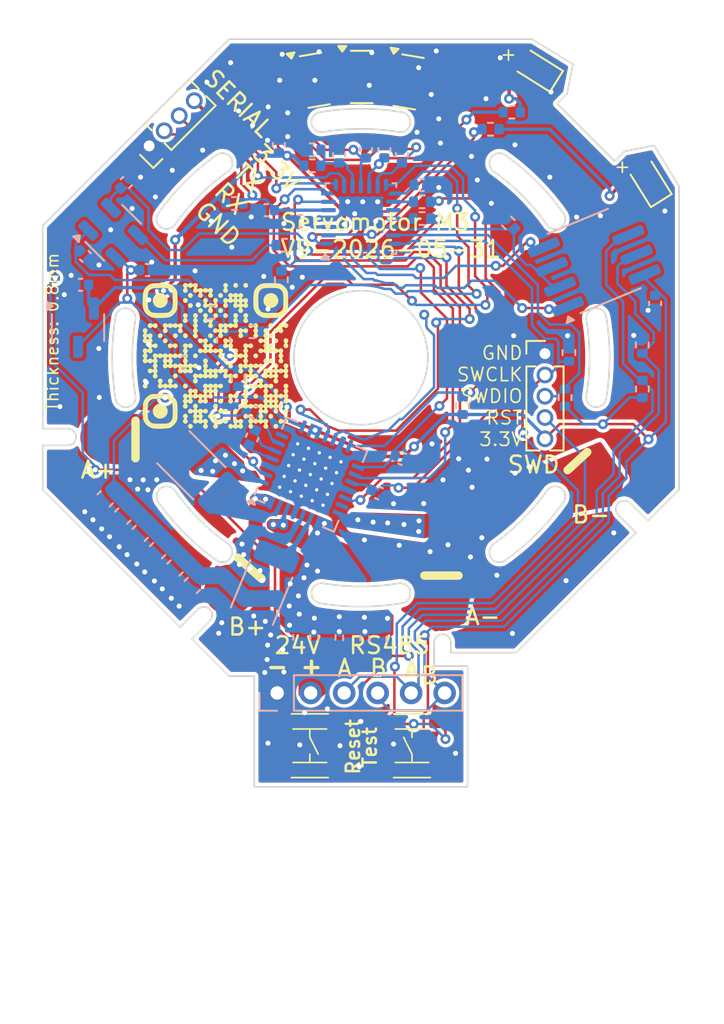
<source format=kicad_pcb>
(kicad_pcb (version 20240108) (generator "pcbnew") (generator_version "8.0")
  (title_block (title "Servo motor stepper M3") (date "2024-07-22") (rev "V9"))
  (layers (0 "F.Cu" signal) (31 "B.Cu" signal) (34 "B.Paste" user) (35 "F.Paste" user) (36 "B.SilkS" user "B.Silkscreen") (37 "F.SilkS" user "F.Silkscreen") (38 "B.Mask" user) (39 "F.Mask" user) (44 "Edge.Cuts" user))
  (net 0 "")
  (net 1 "GND")
  (net 2 "/index/schTop/RS485_B")
  (net 3 "+24V")
  (net 4 "/index/schTop/RS485_A")
  (net 5 "+3.3V")
  (net 6 "/index/schTop/HALL1")
  (net 7 "/index/schTop/RESET")
  (net 8 "/index/schTop/HALL2")
  (net 9 "/index/schTop/HALL3")
  (net 10 "unconnected-(U1-REF-Pad17)")
  (net 11 "unconnected-(U1-CP2-Pad5)")
  (net 12 "/index/schTop/REF24")
  (net 13 "/index/schTop/TEMPERATURE")
  (net 14 "unconnected-(U1-CP1-Pad4)")
  (net 15 "unconnected-(U1-VCP-Pad6)")
  (net 16 "/index/schTop/UART2 RX")
  (net 17 "/index/schTop/UART2 TX")
  (net 18 "/index/schTop/SWCLK")
  (net 19 "/index/schTop/SWDIO")
  (net 20 "unconnected-(U1-SENSE1-Pad23)")
  (net 21 "unconnected-(U1-SENSE2-Pad27)")
  (net 24 "/index/schTop/~{MENABLE}")
  (net 25 "/index/schTop/LED_GREEN")
  (net 26 "/index/schTop/LED_RED")
  (net 27 "/index/schTop/RS485_EN")
  (net 28 "unconnected-(U1-FLAG2-Pad12)")
  (net 29 "/index/schTop/OVER_VOLTAGE")
  (net 30 "/index/schTop/IMCONTROL")
  (net 31 "/index/schTop/PWMOV")
  (net 32 "/index/schTop/OUT2B")
  (net 33 "/index/schTop/STEP")
  (net 34 "/index/schTop/DIR")
  (net 36 "/index/schTop/OUT1B")
  (net 37 "/index/schTop/OUT1A")
  (net 38 "/index/schTop/OUT2A")
  (net 39 "/index/schTop/RS485_D")
  (net 40 "/index/schTop/RS485_R")
  (net 41 "unconnected-(D1-A-Pad2)")
  (net 42 "unconnected-(D2-A-Pad2)")
  (net 43 "+5V")
  (net 44 "/index/schTop/~{HOLDEN}")
  (net 45 "/index/schTop/FLAG1")
  (net 46 "Net-(U3--)")
  (net 47 "unconnected-(U3-+-Pad1)")
  (net 48 "Net-(R8-Pad2)")
  (net 49 "/index/schTop/VIO")
  (footprint "servo_motor:TS3735PA-250gf" (layer "F.Cu") (at 146.5 116.4 -90)
    (property "Reference" "SW2" (hide yes))
    (property "Value" "TS3735PA-250gf")
  )
  (footprint "servo_motor:Pad_3mm_TopOnly" (layer "F.Cu") (at 134.3 98)
    (property "Reference" "J8" (hide yes))
    (property "Value" "Conn_01x01_Socket" (hide yes))
  )
  (footprint "Package_TO_SOT_SMD:SOT-23" (layer "F.Cu") (at 149.6 76.5)
    (property "Reference" "U7" (hide yes))
    (property "Value" "AH49HSC")
  )
  (footprint "Package_TO_SOT_SMD:SOT-23" (layer "F.Cu") (at 146.8 76.7 9.6)
    (property "Reference" "U4" (hide yes))
    (property "Value" "AH49HSC")
  )
  (footprint "servo_motor:Pad_3mm_TopOnly" (layer "F.Cu") (at 141.7 107.1)
    (property "Reference" "J3" (hide yes))
    (property "Value" "Conn_01x01_Socket" (hide yes))
  )
  (footprint "Connector_PinHeader_1.27mm:PinHeader_1x05_P1.27mm_Vertical" (layer "F.Cu") (at 160.54 93.009999)
    (property "Reference" "J2" (hide yes))
    (property "Value" "01x05 male P=1.27mm")
  )
  (footprint "LED_SMD:LED_0603_1608Metric" (layer "F.Cu") (at 166.7 82.62 122)
    (property "Reference" "D2" (hide yes))
    (property "Value" "MHT192UGCT")
  )
  (footprint "Connector_PinHeader_1.27mm:PinHeader_1x04_P1.27mm_Vertical" (layer "F.Cu") (at 136.906497 80.613503 135)
    (property "Reference" "J1" (hide yes))
    (property "Value" "01x04 male P=1.27mm")
  )
  (footprint "servo_motor:TS3735PA-250gf" (layer "F.Cu") (at 152.6 116.4 90)
    (property "Reference" "SW1" (hide yes))
    (property "Value" "TS3735PA-250gf")
  )
  (footprint "servo_motor:Pad_3mm_TopOnly" (layer "F.Cu") (at 163.7 100.7)
    (property "Reference" "J6" (hide yes))
    (property "Value" "Conn_01x01_Socket" (hide yes))
  )
  (footprint "LOGO" (layer "F.Cu") (at 140.87 93.14)
    (property "Reference" "G***" (hide yes))
    (property "Value" "LOGO" (hide yes))
  )
  (footprint "Package_TO_SOT_SMD:SOT-23" (layer "F.Cu") (at 152.4 76.8 -9.6)
    (property "Reference" "U6" (hide yes))
    (property "Value" "AH49HSC")
  )
  (footprint "LED_SMD:LED_0603_1608Metric" (layer "F.Cu") (at 159.969056 75.979055 148)
    (property "Reference" "D1" (hide yes))
    (property "Value" "KT-0603R")
  )
  (footprint "servo_motor:Pad_3mm_TopOnly" (layer "F.Cu") (at 154.4 108.05)
    (property "Reference" "J7" (hide yes))
    (property "Value" "Conn_01x01_Socket" (hide yes))
  )
  (footprint "Package_DFN_QFN:QFN-28_4x4mm_P0.5mm" (layer "B.Cu") (at 149.55 84.95)
    (property "Reference" "U2" (hide yes))
    (property "Value" "STM32G031G8Ux")
  )
  (footprint "Capacitor_SMD:C_0603_1608Metric" (layer "B.Cu") (at 139.48 106.84 -135)
    (property "Reference" "C7" (hide yes))
    (property "Value" "10uF")
  )
  (footprint "Package_TO_SOT_SMD:SOT-23-3" (layer "B.Cu") (at 132.66 91.46 -90)
    (property "Reference" "U11" (hide yes))
    (property "Value" "XC6206PxxxMR")
  )
  (footprint "Capacitor_SMD:C_0603_1608Metric" (layer "B.Cu") (at 138.45 105.8 -135)
    (property "Reference" "C14" (hide yes))
    (property "Value" "10uF")
  )
  (footprint "Resistor_SMD:R_0402_1005Metric" (layer "B.Cu") (at 146.65 81.8 180)
    (property "Reference" "R29" (hide yes))
    (property "Value" "4.7k")
  )
  (footprint "Capacitor_SMD:C_0603_1608Metric" (layer "B.Cu") (at 149 109.97 -90)
    (property "Reference" "C16" (hide yes))
    (property "Value" "10uF")
  )
  (footprint "Resistor_SMD:R_0402_1005Metric" (layer "B.Cu") (at 161.97 92.95 -90)
    (property "Reference" "R4" (hide yes))
    (property "Value" "10k")
  )
  (footprint "Resistor_SMD:R_2010_5025Metric" (layer "B.Cu") (at 139.43 99.67 -45)
    (property "Reference" "R3" (hide yes))
    (property "Value" "150m")
  )
  (footprint "Resistor_SMD:R_0402_1005Metric" (layer "B.Cu") (at 144.8 88.6 90)
    (property "Reference" "R23" (hide yes))
    (property "Value" "10k")
  )
  (footprint "Capacitor_SMD:C_0402_1005Metric" (layer "B.Cu") (at 150.62 101.33 -22.5)
    (property "Reference" "C1" (hide yes))
    (property "Value" "10nF" (hide yes))
  )
  (footprint "Resistor_SMD:R_0402_1005Metric" (layer "B.Cu") (at 144.99 86.54 180)
    (property "Reference" "R8" (hide yes))
    (property "Value" "1.5k")
  )
  (footprint "Resistor_SMD:R_0402_1005Metric" (layer "B.Cu") (at 157.29 79.62)
    (property "Reference" "R11" (hide yes))
    (property "Value" "470R")
  )
  (footprint "Capacitor_SMD:C_0402_1005Metric" (layer "B.Cu") (at 133.1 87.21 -45)
    (property "Reference" "C30" (hide yes))
    (property "Value" "100pF")
  )
  (footprint "Resistor_SMD:R_0402_1005Metric" (layer "B.Cu") (at 142.23 94.46 90)
    (property "Reference" "R6" (hide yes))
    (property "Value" "10k")
  )
  (footprint "Resistor_SMD:R_0402_1005Metric" (layer "B.Cu") (at 161.74 95.63 -90)
    (property "Reference" "R5" (hide yes))
    (property "Value" "10k")
  )
  (footprint "Capacitor_SMD:C_0402_1005Metric" (layer "B.Cu") (at 167.12 90.01 90)
    (property "Reference" "C35" (hide yes))
    (property "Value" "100nF" (hide yes))
  )
  (footprint "Capacitor_SMD:C_0402_1005Metric" (layer "B.Cu") (at 132.81 88.9 180)
    (property "Reference" "C5" (hide yes))
    (property "Value" "4.7uF")
  )
  (footprint "Capacitor_SMD:C_0402_1005Metric" (layer "B.Cu") (at 136.81 88.02)
    (property "Reference" "C22" (hide yes))
    (property "Value" "1uF")
  )
  (footprint "Package_TO_SOT_SMD:SOT-23-5" (layer "B.Cu") (at 134.76 85.8 -45)
    (property "Reference" "U3" (hide yes))
    (property "Value" "LM321")
  )
  (footprint "Resistor_SMD:R_0402_1005Metric" (layer "B.Cu") (at 166.35 92.49 -90)
    (property "Reference" "R2" (hide yes))
    (property "Value" "10k")
  )
  (footprint "Resistor_SMD:R_0402_1005Metric" (layer "B.Cu") (at 142 84.05 180)
    (property "Reference" "R15" (hide yes))
    (property "Value" "10k")
  )
  (footprint "Capacitor_SMD:C_0402_1005Metric" (layer "B.Cu") (at 135.54 82.79 45)
    (property "Reference" "C28" (hide yes))
    (property "Value" "100nF" (hide yes))
  )
  (footprint "Capacitor_SMD:C_0402_1005Metric" (layer "B.Cu") (at 148.25 81.15 90)
    (property "Reference" "C41" (hide yes))
    (property "Value" "100nF" (hide yes))
  )
  (footprint "Package_SO:SOIC-8_3.9x4.9mm_P1.27mm" (layer "B.Cu") (at 163.48 87.48 22.5)
    (property "Reference" "U10" (hide yes))
    (property "Value" "SP3485EN")
  )
  (footprint "Connector_PinSocket_2.00mm:PinSocket_1x06_P2.00mm_Vertical" (layer "B.Cu") (at 144.55 113.25 -90)
    (property "Reference" "J4" (hide yes))
    (property "Value" "Conn_01x06_Socket")
  )
  (footprint "Resistor_SMD:R_0402_1005Metric" (layer "B.Cu") (at 141.35 92.2 90)
    (property "Reference" "R27" (hide yes))
    (property "Value" "10k")
  )
  (footprint "Capacitor_SMD:C_0603_1608Metric" (layer "B.Cu") (at 150.56 110.01 -90)
    (property "Reference" "C12" (hide yes))
    (property "Value" "10uF")
  )
  (footprint "Capacitor_SMD:C_0402_1005Metric" (layer "B.Cu") (at 152.02 99.28 -22.5)
    (property "Reference" "C6" (hide yes))
    (property "Value" "220nF")
  )
  (footprint "Resistor_SMD:R_0402_1005Metric" (layer "B.Cu") (at 158.359375 85.209375 -45)
    (property "Reference" "R13" (hide yes))
    (property "Value" "10k")
  )
  (footprint "Resistor_SMD:R_0402_1005Metric" (layer "B.Cu") (at 143.05 91.7 180)
    (property "Reference" "R24" (hide yes))
    (property "Value" "10k")
  )
  (footprint "Capacitor_SMD:C_0402_1005Metric" (layer "B.Cu") (at 149.85 80.85 90)
    (property "Reference" "C17" (hide yes))
    (property "Value" "1nF")
  )
  (footprint "Capacitor_SMD:C_0402_1005Metric" (layer "B.Cu") (at 144.65 80.55 90)
    (property "Reference" "C9" (hide yes))
    (property "Value" "1uF")
  )
  (footprint "Resistor_SMD:R_2010_5025Metric" (layer "B.Cu") (at 143.62 107.26 67.5)
    (property "Reference" "R1" (hide yes))
    (property "Value" "150m")
  )
  (footprint "Resistor_SMD:R_0402_1005Metric" (layer "B.Cu") (at 158.56 78.6)
    (property "Reference" "R12" (hide yes))
    (property "Value" "1.5k")
  )
  (footprint "Resistor_SMD:R_0402_1005Metric" (layer "B.Cu") (at 153.2 83.95)
    (property "Reference" "R22" (hide yes))
    (property "Value" "10k")
  )
  (footprint "Resistor_SMD:R_0402_1005Metric" (layer "B.Cu") (at 140.66 90.55 180)
    (property "Reference" "R26" (hide yes))
    (property "Value" "1K")
  )
  (footprint "Package_DFN_QFN:QFN-28-1EP_5x5mm_P0.5mm_EP3.75x3.75mm_ThermalVias" (layer "B.Cu") (at 146.53 100.22 -22.5)
    (property "Reference" "U1" (hide yes))
    (property "Value" "GC6609")
  )
  (footprint "Capacitor_SMD:C_0402_1005Metric" (layer "B.Cu") (at 143.060162 98.00783 67.5)
    (property "Reference" "C2" (hide yes))
    (property "Value" "22nF" (hide yes))
  )
  (footprint "Capacitor_SMD:C_0402_1005Metric" (layer "B.Cu") (at 153.2 82.95)
    (property "Reference" "C36" (hide yes))
    (property "Value" "100nF" (hide yes))
  )
  (footprint "Capacitor_SMD:C_0603_1608Metric" (layer "B.Cu") (at 136.37 103.73 -135)
    (property "Reference" "C15" (hide yes))
    (property "Value" "10uF")
  )
  (footprint "Resistor_SMD:R_0402_1005Metric" (layer "B.Cu") (at 146.65 80.85 180)
    (property "Reference" "TH1" (hide yes))
    (property "Value" "100k 1% NTC")
  )
  (footprint "Capacitor_SMD:C_0603_1608Metric" (layer "B.Cu") (at 146.02 109.94 -90)
    (property "Reference" "C8" (hide yes))
    (property "Value" "10uF")
  )
  (footprint "Capacitor_SMD:C_0402_1005Metric" (layer "B.Cu") (at 138.97 93.51)
    (property "Reference" "C4" (hide yes))
    (property "Value" "4.7uF")
  )
  (footprint "Capacitor_SMD:C_0603_1608Metric" (layer "B.Cu") (at 147.52 109.94 -90)
    (property "Reference" "C13" (hide yes))
    (property "Value" "10uF")
  )
  (footprint "Capacitor_SMD:C_0402_1005Metric" (layer "B.Cu") (at 143.189418 96.497298 -22.5)
    (property "Reference" "C3" (hide yes))
    (property "Value" "100nF" (hide yes))
  )
  (footprint "Capacitor_SMD:C_0402_1005Metric" (layer "B.Cu") (at 150.95 80.85 90)
    (property "Reference" "C20" (hide yes))
    (property "Value" "1nF" (hide yes))
  )
  (footprint "Capacitor_SMD:C_0402_1005Metric" (layer "B.Cu") (at 145.95 85.1 180)
    (property "Reference" "C37" (hide yes))
    (property "Value" "100nF" (hide yes))
  )
  (footprint "Resistor_SMD:R_0402_1005Metric" (layer "B.Cu") (at 155.62 96.13 90)
    (property "Reference" "R7" (hide yes))
    (property "Value" "10k" (hide yes))
  )
  (footprint "Capacitor_SMD:C_0603_1608Metric" (layer "B.Cu") (at 135.33 102.7 -135)
    (property "Reference" "C10" (hide yes))
    (property "Value" "10uF")
  )
  (footprint "Capacitor_SMD:C_0603_1608Metric" (layer "B.Cu") (at 134.28 101.67 -135)
    (property "Reference" "C11" (hide yes))
    (property "Value" "10uF")
  )
  (footprint "Capacitor_SMD:C_0402_1005Metric" (layer "B.Cu") (at 152 81.15 90)
    (property "Reference" "C23" (hide yes))
    (property "Value" "1nF")
  )
  (footprint "Resistor_SMD:R_0402_1005Metric" (layer "B.Cu") (at 166.36 95.12 -90)
    (property "Reference" "R17" (hide yes))
    (property "Value" "10k")
  )
  (footprint "Capacitor_SMD:C_0603_1608Metric" (layer "B.Cu") (at 137.41 104.76 -135)
    (property "Reference" "C19" (hide yes))
    (property "Value" "10uF")
  )
  (footprint "Resistor_SMD:R_0402_1005Metric" (layer "B.Cu") (at 153.2 84.95)
    (property "Reference" "R25" (hide yes))
    (property "Value" "10k")
  )
  (footprint "Capacitor_SMD:C_0402_1005Metric" (layer "B.Cu") (at 143.9 84.45 180)
    (property "Reference" "C18" (hide yes))
    (property "Value" "100nF" (hide yes))
  )
  (gr_line (start 161.895 99.96) (end 163.065 98.88) (stroke (width 0.5)) (layer "F.SilkS"))
  (gr_line (start 142.2 105.18) (end 143.62 106.44) (stroke (width 0.5)) (layer "F.SilkS"))
  (gr_line (start 153.34 106.25) (end 155.38 106.25) (stroke (width 0.5)) (layer "F.SilkS"))
  (gr_line (start 136.09 97.01) (end 136.09 99.25) (stroke (width 0.5)) (layer "F.SilkS"))
  (gr_line (start 140.522754 108.971491) (end 139.462094 110.032151) (stroke (width 0.1)) (layer "Edge.Cuts"))
  (gr_line (start 130.55 101.120057) (end 138.754987 109.325044) (stroke (width 0.1)) (layer "Edge.Cuts"))
  (gr_arc (start 152.000887 107.896308) (mid 149.54993 108.099966) (end 147.098973 107.896308) (stroke (width 0.1)) (layer "Edge.Cuts"))
  (gr_line (start 158.820058 110.85) (end 165.978598 103.691459) (stroke (width 0.1)) (layer "Edge.Cuts"))
  (gr_arc (start 163.012728 90.997067) (mid 163.50547 90.306222) (end 164.196271 90.799009) (stroke (width 0.1)) (layer "Edge.Cuts"))
  (gr_arc (start 140.926491 105.339582) (mid 139.049394 103.750502) (end 137.460314 101.873405) (stroke (width 0.1)) (layer "Edge.Cuts"))
  (gr_arc (start 134.903589 95.700923) (mid 134.699935 93.249966) (end 134.903589 90.799009) (stroke (width 0.1)) (layer "Edge.Cuts"))
  (gr_line (start 138.754987 109.325044) (end 139.815647 108.264384) (stroke (width 0.1)) (layer "Edge.Cuts"))
  (gr_arc (start 164.917938 102.630799) (mid 164.917939 101.923692) (end 165.625045 101.923693) (stroke (width 0.1)) (layer "Edge.Cuts"))
  (gr_line (start 143.179943 118.85) (end 155.920058 118.85) (stroke (width 0.1)) (layer "Edge.Cuts"))
  (gr_line (start 165.978598 103.691459) (end 164.917938 102.630799) (stroke (width 0.1)) (layer "Edge.Cuts"))
  (gr_line (start 139.462094 110.032151) (end 141.679943 112.25) (stroke (width 0.1)) (layer "Edge.Cuts"))
  (gr_circle (center 149.55 93.25) (end 153.55 93.25) (stroke (width 0.1)) (fill none) (layer "Edge.Cuts"))
  (gr_arc (start 151.80283 106.712765) (mid 152.493643 107.205476) (end 152.000887 107.896308) (stroke (width 0.1)) (layer "Edge.Cuts"))
  (gr_line (start 167.057107 80.587049) (end 168.55 83.023229) (stroke (width 0.1)) (layer "Edge.Cuts"))
  (gr_arc (start 147.29703 79.787168) (mid 149.54993 79.599966) (end 151.80283 79.787168) (stroke (width 0.1)) (layer "Edge.Cuts"))
  (gr_line (start 155.920058 118.85) (end 155.920058 111.65) (stroke (width 0.1)) (layer "Edge.Cuts"))
  (gr_line (start 143.179943 112.25) (end 143.179943 118.85) (stroke (width 0.1)) (layer "Edge.Cuts"))
  (gr_arc (start 138.437253 85.323371) (mid 137.60037 85.463382) (end 137.460314 84.626528) (stroke (width 0.1)) (layer "Edge.Cuts"))
  (gr_line (start 157.420058 74.25) (end 141.679943 74.25) (stroke (width 0.1)) (layer "Edge.Cuts"))
  (gr_arc (start 147.098973 107.896308) (mid 146.606193 107.205466) (end 147.29703 106.712765) (stroke (width 0.1)) (layer "Edge.Cuts"))
  (gr_arc (start 139.815647 108.264384) (mid 140.5228 108.264339) (end 140.522753 108.971491) (stroke (width 0.1)) (layer "Edge.Cuts"))
  (gr_line (start 159.776771 74.25) (end 162.212951 75.742893) (stroke (width 0.1)) (layer "Edge.Cuts"))
  (gr_arc (start 164.196271 95.700923) (mid 163.505472 96.19367) (end 163.012728 95.502866) (stroke (width 0.1)) (layer "Edge.Cuts"))
  (gr_arc (start 147.29703 79.787168) (mid 146.606232 79.294428) (end 147.098973 78.603625) (stroke (width 0.1)) (layer "Edge.Cuts"))
  (gr_arc (start 151.80283 106.712765) (mid 149.54993 106.899966) (end 147.29703 106.712765) (stroke (width 0.1)) (layer "Edge.Cuts"))
  (gr_line (start 161.270058 78.1) (end 161.859398 77.51066) (stroke (width 0.1)) (layer "Edge.Cuts"))
  (gr_arc (start 147.098973 78.603625) (mid 149.54993 78.399966) (end 152.000887 78.603625) (stroke (width 0.1)) (layer "Edge.Cuts"))
  (gr_arc (start 152.000887 78.603625) (mid 152.493668 79.294428) (end 151.80283 79.787168) (stroke (width 0.1)) (layer "Edge.Cuts"))
  (gr_line (start 130.55 85.379942) (end 130.55 97.483546) (stroke (width 0.1)) (layer "Edge.Cuts"))
  (gr_line (start 164.7 81.529942) (end 161.270058 78.1) (stroke (width 0.1)) (layer "Edge.Cuts"))
  (gr_arc (start 134.903589 90.799009) (mid 135.594434 90.306196) (end 136.087131 90.997067) (stroke (width 0.1)) (layer "Edge.Cuts"))
  (gr_line (start 167.057107 80.587049) (end 165.28934 80.940602) (stroke (width 0.1)) (layer "Edge.Cuts"))
  (gr_arc (start 158.173369 105.339582) (mid 157.3364 105.199544) (end 157.476525 104.362643) (stroke (width 0.1)) (layer "Edge.Cuts"))
  (gr_arc (start 163.012728 90.997067) (mid 163.199936 93.249967) (end 163.012728 95.502866) (stroke (width 0.1)) (layer "Edge.Cuts"))
  (gr_line (start 141.679943 74.25) (end 130.55 85.379942) (stroke (width 0.1)) (layer "Edge.Cuts"))
  (gr_line (start 158.820058 110.85) (end 157.610897 110.85) (stroke (width 0.1)) (layer "Edge.Cuts"))
  (gr_line (start 141.679943 112.25) (end 143.179943 112.25) (stroke (width 0.1)) (layer "Edge.Cuts"))
  (gr_arc (start 132.05 97.483546) (mid 132.550028 97.983528) (end 132.05 98.483546) (stroke (width 0.1)) (layer "Edge.Cuts"))
  (gr_arc (start 137.460314 84.626528) (mid 139.049399 82.749437) (end 140.926491 81.160351) (stroke (width 0.1)) (layer "Edge.Cuts"))
  (gr_arc (start 164.196271 90.799009) (mid 164.399935 93.249966) (end 164.196271 95.700923) (stroke (width 0.1)) (layer "Edge.Cuts"))
  (gr_arc (start 136.087131 95.502866) (mid 135.899936 93.249967) (end 136.087131 90.997067) (stroke (width 0.1)) (layer "Edge.Cuts"))
  (gr_arc (start 160.662607 101.176562) (mid 159.201934 102.90197) (end 157.476525 104.362643) (stroke (width 0.1)) (layer "Edge.Cuts"))
  (gr_arc (start 157.476525 82.13729) (mid 159.201937 83.597959) (end 160.662607 85.323371) (stroke (width 0.1)) (layer "Edge.Cuts"))
  (gr_arc (start 137.460314 101.873405) (mid 137.600376 101.036527) (end 138.437253 101.176562) (stroke (width 0.1)) (layer "Edge.Cuts"))
  (gr_line (start 157.610897 110.85) (end 154.920058 110.85) (stroke (width 0.1)) (layer "Edge.Cuts"))
  (gr_line (start 157.420058 74.25) (end 159.776771 74.25) (stroke (width 0.1)) (layer "Edge.Cuts"))
  (gr_line (start 161.859398 77.51066) (end 162.212951 75.742893) (stroke (width 0.1)) (layer "Edge.Cuts"))
  (gr_line (start 165.625045 101.923693) (end 166.685705 102.984353) (stroke (width 0.1)) (layer "Edge.Cuts"))
  (gr_arc (start 153.920058 110.25) (mid 154.420058 109.75) (end 154.920058 110.25) (stroke (width 0.1)) (layer "Edge.Cuts"))
  (gr_line (start 155.920058 111.65) (end 153.920058 111.65) (stroke (width 0.1)) (layer "Edge.Cuts"))
  (gr_line (start 168.55 101.120057) (end 168.55 83.023229) (stroke (width 0.1)) (layer "Edge.Cuts"))
  (gr_line (start 130.55 97.483546) (end 132.05 97.483546) (stroke (width 0.1)) (layer "Edge.Cuts"))
  (gr_arc (start 157.476525 82.13729) (mid 157.336439 81.300384) (end 158.173369 81.160351) (stroke (width 0.1)) (layer "Edge.Cuts"))
  (gr_arc (start 138.437253 85.323371) (mid 139.897919 83.597955) (end 141.623335 82.13729) (stroke (width 0.1)) (layer "Edge.Cuts"))
  (gr_arc (start 161.639545 101.873405) (mid 160.05047 103.750507) (end 158.173369 105.339582) (stroke (width 0.1)) (layer "Edge.Cuts"))
  (gr_arc (start 158.173369 81.160351) (mid 160.050457 82.749438) (end 161.639545 84.626528) (stroke (width 0.1)) (layer "Edge.Cuts"))
  (gr_line (start 166.685705 102.984353) (end 168.55 101.120057) (stroke (width 0.1)) (layer "Edge.Cuts"))
  (gr_line (start 153.920058 110.25) (end 153.920058 111.65) (stroke (width 0.1)) (layer "Edge.Cuts"))
  (gr_line (start 165.28934 80.940602) (end 164.7 81.529942) (stroke (width 0.1)) (layer "Edge.Cuts"))
  (gr_arc (start 140.926491 81.160351) (mid 141.76335 81.300392) (end 141.623335 82.13729) (stroke (width 0.1)) (layer "Edge.Cuts"))
  (gr_arc (start 141.623335 104.362643) (mid 141.763367 105.19952) (end 140.926491 105.339582) (stroke (width 0.1)) (layer "Edge.Cuts"))
  (gr_line (start 130.55 98.483546) (end 130.55 101.120057) (stroke (width 0.1)) (layer "Edge.Cuts"))
  (gr_arc (start 161.639545 84.626528) (mid 161.499527 85.463477) (end 160.662607 85.323371) (stroke (width 0.1)) (layer "Edge.Cuts"))
  (gr_arc (start 160.662607 101.176562) (mid 161.499538 101.036507) (end 161.639545 101.873405) (stroke (width 0.1)) (layer "Edge.Cuts"))
  (gr_line (start 132.05 98.483546) (end 130.55 98.483546) (stroke (width 0.1)) (layer "Edge.Cuts"))
  (gr_arc (start 141.623335 104.362643) (mid 139.897923 102.901974) (end 138.437253 101.176562) (stroke (width 0.1)) (layer "Edge.Cuts"))
  (gr_arc (start 136.087131 95.502866) (mid 135.594422 96.193633) (end 134.903589 95.700923) (stroke (width 0.1)) (layer "Edge.Cuts"))
  (gr_line (start 154.920058 110.25) (end 154.920058 110.85) (stroke (width 0.1)) (layer "Edge.Cuts"))
  (gr_text "+" (at 145.85 112.25 0) (layer "F.SilkS") (effects (font (size 1 1) (thickness 0.2)) (justify left bottom)))
  (gr_text "Reset" (at 149.55 118.2 90) (layer "F.SilkS") (effects (font (size 0.8 0.8)) (justify left bottom)))
  (gr_text "+" (at 164.6 82.3 0) (layer "F.SilkS") (effects (font (size 0.8 0.8) (thickness 0.1)) (justify left bottom)))
  (gr_text "3.3V\nTX\nRX\nGND" (at 139.45 84.55 -45) (layer "F.SilkS") (effects (font (size 1 1)) (justify left bottom)))
  (gr_text "B" (at 150 112.35 0) (layer "F.SilkS") (effects (font (size 1 1)) (justify left bottom)))
  (gr_text "Servomotor M3\n${REVISION}-${CURRENT_DATE}" (at 144.67 87.36 0) (layer "F.SilkS") (effects (font (size 1 1)) (justify left bottom)))
  (gr_text "RS485" (at 148.75 111 0) (layer "F.SilkS") (effects (font (size 1 1)) (justify left bottom)))
  (gr_text "SWD" (at 158.22 100.22 0) (layer "F.SilkS") (effects (font (size 1 1)) (justify left bottom)))
  (gr_text "-" (at 143.8 112.25 0) (layer "F.SilkS") (effects (font (size 1 1) (thickness 0.2)) (justify left bottom)))
  (gr_text "B" (at 153.05 112.8 0) (layer "F.SilkS") (effects (font (size 1 1)) (justify left bottom)))
  (gr_text "Thickness: 0.8mm" (at 131.55 96.5 90) (layer "F.SilkS") (effects (font (size 0.7 0.7) (thickness 0.1)) (justify left bottom)))
  (gr_text "Test" (at 150.55 117.8 90) (layer "F.SilkS") (effects (font (size 0.8 0.8)) (justify left bottom)))
  (gr_text "+" (at 157.8 75.6 0) (layer "F.SilkS") (effects (font (size 0.8 0.8) (thickness 0.1)) (justify left bottom)))
  (gr_text "B+" (at 141.55 109.89 0) (layer "F.SilkS") (effects (font (size 1 1)) (justify left bottom)))
  (gr_text "GND\nSWCLK\nSWDIO\nRST\n3.3V" (at 159.27 98.59 0) (layer "F.SilkS") (effects (font (size 0.8 0.8) (thickness 0.1)) (justify right bottom)))
  (gr_text "24V" (at 144.3 111 0) (layer "F.SilkS") (effects (font (size 1 1)) (justify left bottom)))
  (gr_text "A+" (at 132.73 100.53 0) (layer "F.SilkS") (effects (font (size 1 1)) (justify left bottom)))
  (gr_text "SERIAL" (at 139.974557 76.65 -45) (layer "F.SilkS") (effects (font (size 1 1)) (justify left bottom)))
  (gr_text "A" (at 148.05 112.35 0) (layer "F.SilkS") (effects (font (size 1 1)) (justify left bottom)))
  (gr_text "A-" (at 155.68 109.27 0) (layer "F.SilkS") (effects (font (size 1 1)) (justify left bottom)))
  (gr_text "B-" (at 162.08 103.2 0) (layer "F.SilkS") (effects (font (size 1 1)) (justify left bottom)))
  (gr_text "A" (at 152.05 112.4 0) (layer "F.SilkS") (effects (font (size 1 1)) (justify left bottom)))
  (segment (start 151.8 76.8) (end 153.168025 76.8) (width 0.2) (layer "F.Cu") (net 1))
  (segment (start 151.5 76.5) (end 151.8 76.8) (width 0.2) (layer "F.Cu") (net 1))
  (segment (start 148.3 76.5) (end 151.5 76.5) (width 0.2) (layer "F.Cu") (net 1))
  (via (at 154.05 74.95) (size 0.6) (drill 0.3) (layers "F.Cu" "B.Cu") (net 1))
  (via (at 143.95 111.26) (size 0.6) (drill 0.3) (layers "F.Cu" "B.Cu") (net 1))
  (via (at 160.9 77.4) (size 0.6) (drill 0.3) (layers "F.Cu" "B.Cu") (net 1))
  (via (at 154.2 79) (size 0.6) (drill 0.3) (layers "F.Cu" "B.Cu") (net 1))
  (via (at 162.43 84.86) (size 0.6) (drill 0.3) (layers "F.Cu" "B.Cu") (net 1))
  (via (at 150.43 85.11) (size 0.6) (drill 0.3) (layers "F.Cu" "B.Cu") (net 1))
  (via (at 137.69 107.04) (size 0.6) (drill 0.3) (layers "F.Cu" "B.Cu") (net 1))
  (via (at 143.976917 80.283083) (size 0.6) (drill 0.3) (layers "F.Cu" "B.Cu") (net 1))
  (via (at 151.5 101.96) (size 0.6) (drill 0.3) (layers "F.Cu" "B.Cu") (net 1))
  (via (at 138.23 107.6) (size 0.6) (drill 0.3) (layers "F.Cu" "B.Cu") (net 1))
  (via (at 155.2 116.85) (size 0.6) (drill 0.3) (layers "F.Cu" "B.Cu") (net 1))
  (via (at 141.84 86.66) (size 0.6) (drill 0.3) (layers "F.Cu" "B.Cu") (net 1))
  (via (at 149.18 84.66) (size 0.6) (drill 0.3) (layers "F.Cu" "B.Cu") (net 1))
  (via (at 149.66 83.95) (size 0.6) (drill 0.3) (layers "F.Cu" "B.Cu") (net 1))
  (via (at 136.83 101.13) (size 0.6) (drill 0.3) (layers "F.Cu" "B.Cu") (net 1))
  (via (at 134.61 85.62) (size 0.6) (drill 0.3) (layers "F.Cu" "B.Cu") (net 1))
  (via (at 143.081917 79.388083) (size 0.6) (drill 0.3) (layers "F.Cu" "B.Cu") (net 1))
  (via (at 150.2 75.05) (size 0.6) (drill 0.3) (layers "F.Cu" "B.Cu") (net 1))
  (via (at 139.88 93.85) (size 0.6) (drill 0.3) (layers "F.Cu" "B.Cu") (net 1))
  (via (at 145.45 89.05) (size 0.6) (drill 0.3) (layers "F.Cu" "B.Cu") (net 1))
  (via (at 137.06 87.55) (size 0.6) (drill 0.3) (layers "F.Cu" "B.Cu") (net 1))
  (via (at 145.18 78.64) (size 0.6) (drill 0.3) (layers "F.Cu" "B.Cu") (net 1))
  (via (at 139.65 88.07) (size 0.6) (drill 0.3) (layers "F.Cu" "B.Cu") (net 1))
  (via (at 137.22 106.57) (size 0.6) (drill 0.3) (layers "F.Cu" "B.Cu") (net 1))
  (via (at 146.19 114.43) (size 0.6) (drill 0.3) (layers "F.Cu" "B.Cu") (net 1))
  (via (at 163.85 84.78) (size 0.6) (drill 0.3) (layers "F.Cu" "B.Cu") (net 1))
  (via (at 136.22 101.09) (size 0.6) (drill 0.3) (layers "F.Cu" "B.Cu") (net 1))
  (via (at 135.59 105) (size 0.6) (drill 0.3) (layers "F.Cu" "B.Cu") (net 1))
  (via (at 135.76 100.53) (size 0.6) (drill 0.3) (layers "F.Cu" "B.Cu") (net 1))
  (via (at 144.95 112) (size 0.6) (drill 0.3) (layers "F.Cu" "B.Cu") (net 1))
  (via (at 136.55 100.54) (size 0.6) (drill 0.3) (layers "F.Cu" "B.Cu") (net 1))
  (via (at 148.76 83.94) (size 0.6) (drill 0.3) (layers "F.Cu" "B.Cu") (net 1))
  (via (at 133.9 92.7) (size 0.6) (drill 0.3) (layers "F.Cu" "B.Cu") (net 1))
  (via (at 131.84 89.49) (size 0.6) (drill 0.3) (layers "F.Cu" "B.Cu") (net 1))
  (via (at 158.75 80.55) (size 0.6) (drill 0.3) (layers "F.Cu" "B.Cu") (net 1))
  (via (at 154.75 104.41) (size 0.6) (drill 0.3) (layers "F.Cu" "B.Cu") (net 1))
  (via (at 153.8 98.39) (size 0.6) (drill 0.3) (layers "F.Cu" "B.Cu") (net 1))
  (via (at 157.87 75.36) (size 0.6) (drill 0.3) (layers "F.Cu" "B.Cu") (net 1))
  (via (at 145.9 116.35) (size 0.6) (drill 0.3) (layers "F.Cu" "B.Cu") (net 1))
  (via (at 143.84 108.98) (size 0.6) (drill 0.3) (layers "F.Cu" "B.Cu") (net 1))
  (via (at 137.28 83.66) (size 0.6) (drill 0.3) (layers "F.Cu" "B.Cu") (net 1))
  (via (at 150.55 83.95) (size 0.6) (drill 0.3) (layers "F.Cu" "B.Cu") (net 1))
  (via (at 143 84.85) (size 0.6) (drill 0.3) (layers "F.Cu" "B.Cu") (net 1))
  (via (at 144.95 85.25) (size 0.6) (drill 0.3) (layers "F.Cu" "B.Cu") (net 1))
  (via (at 151.5 116.3) (size 0.6) (drill 0.3) (layers "F.Cu" "B.Cu") (net 1))
  (via (at 153.3 101.95) (size 0.6) (drill 0.3) (layers "F.Cu" "B.Cu") (net 1))
  (via (at 158.6 109.7) (size 0.6) (drill 0.3) (layers "F.Cu" "B.Cu") (net 1))
  (via (at 144 90.35) (size 0.6) (drill 0.3) (layers "F.Cu" "B.Cu") (net 1))
  (via (at 156.5 82.65) (size 0.6) (drill 0.3) (layers "F.Cu" "B.Cu") (net 1))
  (via (at 144.85 75.15) (size 0.6) (drill 0.3) (layers "F.Cu" "B.Cu") (net 1))
  (via (at 156.77 103.99) (size 0.6) (drill 0.3) (layers "F.Cu" "B.Cu") (net 1))
  (via (at 143.98 110.4) (size 0.6) (drill 0.3) (layers "F.Cu" "B.Cu") (net 1))
  (via (at 142.25 78.53) (size 0.6) (drill 0.3) (layers "F.Cu" "B.Cu") (net 1))
  (via (at 133.55 102.92) (size 0.6) (drill 0.3) (layers "F.Cu" "B.Cu") (net 1))
  (via (at 158.67 91.94) (size 0.6) (drill 0.3) (layers "F.Cu" "B.Cu") (net 1))
  (via (at 153.68 104.82) (size 0.6) (drill 0.3) (layers "F.Cu" "B.Cu") (net 1))
  (via (at 145.18 80.06) (size 0.6) (drill 0.3) (layers "F.Cu" "B.Cu") (net 1))
  (via (at 132.25 88.34) (size 0.6) (drill 0.3) (layers "F.Cu" "B.Cu") (net 1))
  (via (at 144.89 110.66) (size 0.6) (drill 0.3) (layers "F.Cu" "B.Cu") (net 1))
  (via (at 140.61 85.09) (size 0.6) (drill 0.3) (layers "F.Cu" "B.Cu") (net 1))
  (via (at 157.340262 84.04218) (size 0.6) (drill 0.3) (layers "F.Cu" "B.Cu") (net 1))
  (via (at 141.24 109.06) (size 0.6) (drill 0.3) (layers "F.Cu" "B.Cu") (net 1))
  (via (at 144.16 109.79) (size 0.6) (drill 0.3) (layers "F.Cu" "B.Cu") (net 1))
  (via (at 134.07 103.46) (size 0.6) (drill 0.3) (layers "F.Cu" "B.Cu") (net 1))
  (via (at 157.67 106.23) (size 0.6) (drill 0.3) (layers "F.Cu" "B.Cu") (net 1))
  (via (at 133.91 87.72) (size 0.6) (drill 0.3) (layers "F.Cu" "B.Cu") (net 1))
  (via (at 144.015 78.29) (size 0.6) (drill 0.3) (layers "F.Cu" "B.Cu") (net 1))
  (via (at 141.06 109.69) (size 0.6) (drill 0.3) (layers "F.Cu" "B.Cu") (net 1))
  (via (at 161.89 91.94) (size 0.6) (drill 0.3) (layers "F.Cu" "B.Cu") (net 1))
  (via (at 149.55 114.95) (size 0.6) (drill 0.3) (layers "F.Cu" "B.Cu") (net 1))
  (via (at 154.3 80.45) (size 0.6) (drill 0.3) (layers "F.Cu" "B.Cu") (net 1))
  (via (at 136.39 82.48) (size 0.6) (drill 0.3) (layers "F.Cu" "B.Cu") (net 1))
  (via (at 167.7 84.5) (size 0.6) (drill 0.3) (layers "F.Cu" "B.Cu") (net 1))
  (via (at 165.84 91.92) (size 0.6) (drill 0.3) (layers "F.Cu" "B.Cu") (net 1))
  (via (at 158.75 100.14) (size 0.6) (drill 0.3) (layers "F.Cu" "B.Cu") (net 1))
  (via (at 135.12 104.53) (size 0.6) (drill 0.3) (layers "F.Cu" "B.Cu") (net 1))
  (via (at 157.08 99.3) (size 0.6) (drill 0.3) (layers "F.Cu" "B.Cu") (net 1))
  (via (at 147.55 114.2) (size 0.6) (drill 0.3) (layers "F.Cu" "B.Cu") (net 1))
  (via (at 156.19 100.98) (size 0.6) (drill 0.3) (layers "F.Cu" "B.Cu") (net 1))
  (via (at 144 116.25) (size 0.6) (drill 0.3) (layers "F.Cu" "B.Cu") (net 1))
  (via (at 134.54 103.93) (size 0.6) (drill 0.3) (layers "F.Cu" "B.Cu") (net 1))
  (via (at 143.15 108.66) (size 0.6) (drill 0.3) (layers "F.Cu" "B.Cu") (net 1))
  (via (at 137.36 100.53) (size 0.6) (drill 0.3) (layers "F.Cu" "B.Cu") (net 1))
  (via (at 133.06 102.44) (size 0.6) (drill 0.3) (layers "F.Cu" "B.Cu") (net 1))
  (via (at 156.09 105.14) (size 0.6) (drill 0.3) (layers "F.Cu" "B.Cu") (net 1))
  (via (at 133.93 95.62) (size 0.6) (drill 0.3) (layers "F.Cu" "B.Cu") (net 1))
  (via (at 147.05 75) (size 0.6) (drill 0.3) (layers "F.Cu" "B.Cu") (net 1))
  (via (at 131.58 96.17) (size 0.6) (drill 0.3) (layers "F.Cu" "B.Cu") (net 1))
  (via (at 154.45 100.54) (size 0.6) (drill 0.3) (layers "F.Cu" "B.Cu") (net 1))
  (via (at 160.83 82.48) (size 0.6) (drill 0.3) (layers "F.Cu" "B.Cu") (net 1))
  (via (at 141.77 75.65) (size 0.6) (drill 0.3) (layers "F.Cu" "B.Cu") (net 1))
  (via (at 149.76 104.12) (size 0.6) (drill 0.3) (layers "F.Cu" "B.Cu") (net 1))
  (via (at 138.7 108.07) (size 0.6) (drill 0.3) (layers "F.Cu" "B.Cu") (net 1))
  (via (at 140.36 76.82) (size 0.6) (drill 0.3) (layers "F.Cu" "B.Cu") (net 1))
  (via (at 150.05 77) (size 0.6) (drill 0.3) (layers "F.Cu" "B.Cu") (net 1))
  (via (at 153 75.95) (size 0.6) (drill 0.3) (layers "F.Cu" "B.Cu") (net 1))
  (via (at 136.89 89.8) (size 0.6) (drill 0.3) (layers "F.Cu" "B.Cu") (net 1))
  (via (at 144.7 76.7) (size 0.6) (drill 0.3) (layers "F.Cu" "B.Cu") (net 1))
  (via (at 157.02 77.8) (size 0.6) (drill 0.3) (layers "F.Cu" "B.Cu") (net 1))
  (via (at 143.75 88.4) (size 0.6) (drill 0.3) (layers "F.Cu" "B.Cu") (net 1))
  (via (at 143.81 112.03) (size 0.6) (drill 0.3) (layers "F.Cu" "B.Cu") (net 1))
  (via (at 153.75 77.55) (size 0.6) (drill 0.3) (layers "F.Cu" "B.Cu") (net 1))
  (via (at 166.7 90.42) (size 0.6) (drill 0.3) (layers "F.Cu" "B.Cu") (net 1))
  (via (at 136.74 94.73) (size 0.6) (drill 0.3) (layers "F.Cu" "B.Cu") (net 1))
  (via (at 136.17 105.56) (size 0.6) (drill 0.3) (layers "F.Cu" "B.Cu") (net 1))
  (via (at 151.84 104.44) (size 0.6) (drill 0.3) (layers "F.Cu" "B.Cu") (net 1))
  (via (at 136.86 92.45) (size 0.6) (drill 0.3) (layers "F.Cu" "B.Cu") (net 1))
  (via (at 161.8 106.55) (size 0.6) (drill 0.3) (layers "F.Cu" "B.Cu") (net 1))
  (via (at 149.45 117.65) (size 0.6) (drill 0.3) (layers "F.Cu" "B.Cu") (net 1))
  (via (at 138.29 82.07) (size 0.6) (drill 0.3) (layers "F.Cu" "B.Cu") (net 1))
  (via (at 155.39 99.28) (size 0.6) (drill 0.3) (layers "F.Cu" "B.Cu") (net 1))
  (via (at 136.64 106.03) (size 0.6) (drill 0.3) (layers "F.Cu" "B.Cu") (net 1))
  (via (at 164.65 103.7) (size 0.6) (drill 0.3) (layers "F.Cu" "B.Cu") (net 1))
  (via (at 140.1 80.87) (size 0.6) (drill 0.3) (layers "F.Cu" "B.Cu") (net 1))
  (via (at 139.84 90.1) (size 0.6) (drill 0.3) (layers "F.Cu" "B.Cu") (net 1))
  (via (at 155.97 99.96) (size 0.6) (drill 0.3) (layers "F.Cu" "B.Cu") (net 1))
  (via (at 146.05 88.45) (size 0.6) (drill 0.3) (layers "F.Cu" "B.Cu") (net 1))
  (via (at 154.2 83.1) (size 0.6) (drill 0.3) (layers "F.Cu" "B.Cu") (net 1))
  (via (at 159.59 99.76) (size 0.6) (drill 0.3) (layers "F.Cu" "B.Cu") (net 1))
  (via (at 135.889682 84.350318) (size 0.6) (drill 0.3) (layers "F.Cu" "B.Cu") (net 1))
  (via (at 152.9 79.8) (size 0.6) (drill 0.3) (layers "F.Cu" "B.Cu") (net 1))
  (via (at 148.3 116.4) (size 0.6) (drill 0.3) (layers "F.Cu" "B.Cu") (net 1))
  (via (at 146.8 76.7) (size 0.6) (drill 0.3) (layers "F.Cu" "B.Cu") (net 1))
  (via (at 156.15 81.24) (size 0.6) (drill 0.3) (layers "F.Cu" "B.Cu") (net 1))
  (segment (start 148.393534 98.328211) (end 147.83386 99.679385) (width 0.25) (layer "B.Cu") (net 1))
  (segment (start 144.0609 99.740165) (end 144.857749 100.070226) (width 0.2) (layer "B.Cu") (net 1))
  (segment (start 148.80235 101.162941) (end 147.820729 100.756336) (width 0.2) (layer "B.Cu") (net 1))
  (segment (start 153.75 77.55) (end 153.7 77.5) (width 0.2) (layer "B.Cu") (net 1))
  (segment (start 164.87 88.84) (end 164.87 87.81) (width 0.15) (layer "B.Cu") (net 2))
  (segment (start 165 98.93) (end 167.34 96.59) (width 0.15) (layer "B.Cu") (net 2))
  (segment (start 150.55 113.55) (end 151.3 114.3) (width 0.15) (layer "B.Cu") (net 2))
  (segment (start 165 100.33) (end 165 98.93) (width 0.15) (layer "B.Cu") (net 2))
  (segment (start 165.93 89.9) (end 164.87 88.84) (width 0.15) (layer "B.Cu") (net 2))
  (segment (start 167.34 96.59) (end 167.34 93.99) (width 0.15) (layer "B.Cu") (net 2))
  (segment (start 152.77 109.58) (end 153.41 108.94) (width 0.15) (layer "B.Cu") (net 2))
  (segment (start 153.41 108.94) (end 157.95 108.94) (width 0.15) (layer "B.Cu") (net 2))
  (segment (start 153.5 114.3) (end 154.55 113.25) (width 0.15) (layer "B.Cu") (net 2))
  (segment (start 157.95 108.94) (end 164 102.89) (width 0.15) (layer "B.Cu") (net 2))
  (segment (start 164 101.33) (end 165 100.33) (width 0.15) (layer "B.Cu") (net 2))
  (segment (start 167.04 92.31) (end 167.04 91.75) (width 0.15) (layer "B.Cu") (net 2))
  (segment (start 152.77 110.07) (end 152.77 109.58) (width 0.15) (layer "B.Cu") (net 2))
  (segment (start 154.55 113.25) (end 153.35 112.05) (width 0.15) (layer "B.Cu") (net 2))
  (segment (start 153.35 110.65) (end 152.77 110.07) (width 0.15) (layer "B.Cu") (net 2))
  (segment (start 151.3 114.3) (end 153.5 114.3) (width 0.15) (layer "B.Cu") (net 2))
  (segment (start 153.35 112.05) (end 153.35 110.65) (width 0.15) (layer "B.Cu") (net 2))
  (segment (start 167.34 93.99) (end 166.35 93) (width 0.15) (layer "B.Cu") (net 2))
  (segment (start 166.35 93) (end 167.04 92.31) (width 0.15) (layer "B.Cu") (net 2))
  (segment (start 164.87 87.81) (end 165.25 87.43) (width 0.15) (layer "B.Cu") (net 2))
  (segment (start 164 102.89) (end 164 101.33) (width 0.15) (layer "B.Cu") (net 2))
  (segment (start 165.93 90.64) (end 165.93 89.9) (width 0.15) (layer "B.Cu") (net 2))
  (segment (start 167.04 91.75) (end 165.93 90.64) (width 0.15) (layer "B.Cu") (net 2))
  (segment (start 139.29 96.73) (end 138.2 95.64) (width 0.15) (layer "F.Cu") (net 3))
  (segment (start 141.7 93.15) (end 141.05 93.8) (width 0.15) (layer "F.Cu") (net 3))
  (segment (start 141.05 93.8) (end 141.05 96.7) (width 0.15) (layer "F.Cu") (net 3))
  (segment (start 141.02 96.73) (end 139.29 96.73) (width 0.15) (layer "F.Cu") (net 3))
  (segment (start 141.05 96.7) (end 141.02 96.73) (width 0.15) (layer "F.Cu") (net 3))
  (segment (start 138.2 95.64) (end 137.86 95.64) (width 0.15) (layer "F.Cu") (net 3))
  (via (at 145.268003 108.062765) (size 0.6) (drill 0.3) (layers "F.Cu" "B.Cu") (net 3))
  (via (at 137.86 95.64) (size 0.6) (drill 0.3) (layers "F.Cu" "B.Cu") (net 3))
  (via (at 146.33 105.62) (size 0.6) (drill 0.3) (layers "F.Cu" "B.Cu") (net 3))
  (via (at 148.26 109.59) (size 0.6) (drill 0.3) (layers "F.Cu" "B.Cu") (net 3))
  (via (at 146.96 105.98) (size 0.6) (drill 0.3) (layers "F.Cu" "B.Cu") (net 3))
  (via (at 147.37 103.14) (size 0.6) (drill 0.3) (layers "F.Cu" "B.Cu") (net 3))
  (via (at 141.02 96.73) (size 0.6) (drill 0.3) (layers "F.Cu" "B.Cu") (net 3))
  (via (at 145.29 109.21) (size 0.6) (drill 0.3) (layers "F.Cu" "B.Cu") (net 3))
  (via (at 146.15 106.38) (size 0.6) (drill 0.3) (layers "F.Cu" "B.Cu") (net 3))
  (via (at 146.77 108.79) (size 0.6) (drill 0.3) (layers "F.Cu" "B.Cu") (net 3))
  (via (at 145.33 106.74) (size 0.6) (drill 0.3) (layers "F.Cu" "B.Cu") (net 3))
  (via (at 151.14 108.8) (size 0.6) (drill 0.3) (layers "F.Cu" "B.Cu") (net 3))
  (via (at 146.74 109.62) (size 0.6) (drill 0.3) (layers "F.Cu" "B.Cu") (net 3))
  (via (at 146.96 103.71) (size 0.6) (drill 0.3) (layers "F.Cu" "B.Cu") (net 3))
  (via (at 148.26 108.7) (size 0.6) (drill 0.3) (layers "F.Cu" "B.Cu") (net 3))
  (via (at 143.86 101.69) (size 0.6) (drill 0.3) (layers "F.Cu" "B.Cu") (net 3))
  (via (at 149.76 108.74) (size 0.6) (drill 0.3) (layers "F.Cu" "B.Cu") (net 3))
  (via (at 141.7 93.15) (size 0.6) (drill 0.3) (layers "F.Cu" "B.Cu") (net 3))
  (via (at 149.79 109.59) (size 0.6) (drill 0.3) (layers "F.Cu" "B.Cu") (net 3))
  (via (at 143.24 101.66) (size 0.6) (drill 0.3) (layers "F.Cu" "B.Cu") (net 3))
  (via (at 145.82 107.46) (size 0.6) (drill 0.3) (layers "F.Cu" "B.Cu") (net 3))
  (via (at 145.87 108.55) (size 0.6) (drill 0.3) (layers "F.Cu" "B.Cu") (net 3))
  (segment (start 142.359566 96.7) (end 141.02 96.7) (width 0.15) (layer "B.Cu") (net 3))
  (segment (start 150.56 109.235) (end 146.175 109.235) (width 1) (layer "B.Cu") (net 3))
  (segment (start 144.56 107.62) (end 142.63 107.62) (width 1) (layer "B.Cu") (net 3))
  (segment (start 146.175 109.235) (end 144.56 107.62) (width 1) (layer "B.Cu") (net 3))
  (segment (start 139.939999 106.25) (end 134.828008 101.138009) (width 1) (layer "B.Cu") (net 3))
  (segment (start 137.35 95.64) (end 134.8 98.19) (width 0.15) (layer "B.Cu") (net 3))
  (segment (start 142.63 107.62) (end 141.26 106.25) (width 1) (layer "B.Cu") (net 3))
  (segment (start 134.8 98.19) (end 134.8 100.76) (width 0.15) (layer "B.Cu") (net 3))
  (segment (start 137.86 95.64) (end 137.35 95.64) (width 0.15) (layer "B.Cu") (net 3))
  (segment (start 141.26 106.25) (end 139.939999 106.25) (width 1) (layer "B.Cu") (net 3))
  (segment (start 142.745956 96.31361) (end 142.359566 96.7) (width 0.15) (layer "B.Cu") (net 3))
  (segment (start 166.96 96.45) (end 164.64 98.77) (width 0.15) (layer "B.Cu") (net 4))
  (segment (start 166.36 94.609999) (end 166.96 95.209999) (width 0.15) (layer "B.Cu") (net 4))
  (segment (start 152.41 109.41) (end 152.41 110.204975) (width 0.15) (layer "B.Cu") (net 4))
  (segment (start 151.68 112.28) (end 152.55 113.15) (width 0.15) (layer "B.Cu") (net 4))
  (segment (start 166.96 95.209999) (end 166.96 96.45) (width 0.15) (layer "B.Cu") (net 4))
  (segment (start 166.209999 94.609999) (end 165.21 93.61) (width 0.15) (layer "B.Cu") (net 4))
  (segment (start 164.2 86.88) (end 164.87 86.21) (width 0.15) (layer "B.Cu") (net 4))
  (segment (start 152.99 112.81) (end 152.55 113.25) (width 0.15) (layer "B.Cu") (net 4))
  (segment (start 152.99 110.784975) (end 152.99 112.81) (width 0.15) (layer "B.Cu") (net 4))
  (segment (start 164.2 88.9) (end 164.2 86.88) (width 0.15) (layer "B.Cu") (net 4))
  (segment (start 152.41 110.204975) (end 152.99 110.784975) (width 0.15) (layer "B.Cu") (net 4))
  (segment (start 164.64 98.77) (end 164.64 100.18) (width 0.15) (layer "B.Cu") (net 4))
  (segment (start 163.63 102.71) (end 157.75 108.59) (width 0.15) (layer "B.Cu") (net 4))
  (segment (start 165.21 89.91) (end 164.2 88.9) (width 0.15) (layer "B.Cu") (net 4))
  (segment (start 157.75 108.59) (end 153.23 108.59) (width 0.15) (layer "B.Cu") (net 4))
  (segment (start 163.63 101.19) (end 163.63 102.71) (width 0.15) (layer "B.Cu") (net 4))
  (segment (start 149.49 112.28) (end 151.68 112.28) (width 0.15) (layer "B.Cu") (net 4))
  (segment (start 153.23 108.59) (end 152.41 109.41) (width 0.15) (layer "B.Cu") (net 4))
  (segment (start 148.55 113.22) (end 149.49 112.28) (width 0.15) (layer "B.Cu") (net 4))
  (segment (start 164.64 100.18) (end 163.63 101.19) (width 0.15) (layer "B.Cu") (net 4))
  (segment (start 165.21 93.61) (end 165.21 89.91) (width 0.15) (layer "B.Cu") (net 4))
  (segment (start 153.36 109.81) (end 153.55 110) (width 0.15) (layer "F.Cu") (net 5))
  (segment (start 151.075 117.75) (end 154.125 117.75) (width 0.15) (layer "F.Cu") (net 5))
  (segment (start 145.717198 76.532802) (end 145.717198 75.919647) (width 0.15) (layer "F.Cu") (net 5))
  (segment (start 140.100573 78.419425) (end 141.264729 78.419425) (width 0.2) (layer "F.Cu") (net 5))
  (segment (start 152.126424 99.143576) (end 152.72 98.55) (width 0.2) (layer "F.Cu") (net 5))
  (segment (start 145.17 81.2) (end 148.55 84.58) (width 0.2) (layer "F.Cu") (net 5))
  (segment (start 144.045304 81.2) (end 145.14 81.2) (width 0.2) (layer "F.Cu") (net 5))
  (segment (start 146.813102 97.570747) (end 145.265604 96.929751) (width 0.2) (layer "F.Cu") (net 5))
  (segment (start 153.55 110) (end 153.55 114.25) (width 0.15) (layer "F.Cu") (net 5))
  (segment (start 148.55 84.58) (end 148.55 85.3) (width 0.2) (layer "F.Cu") (net 5))
  (segment (start 138.46 88.552809) (end 138.46 86.22) (width 0.2) (layer "F.Cu") (net 5))
  (segment (start 153.3 116.2) (end 154.125 117.025) (width 0.15) (layer "F.Cu") (net 5))
  (segment (start 161.419998 97.21) (end 160.54 98.089998) (width 0.15) (layer "F.Cu") (net 5))
  (segment (start 145.265604 96.929751) (end 145.265604 96.445604) (width 0.2) (layer "F.Cu") (net 5))
  (segment (start 154.125 117.025) (end 154.125 117.75) (width 0.15) (layer "F.Cu") (net 5))
  (segment (start 153.3 114.5) (end 153.3 116.2) (width 0.15) (layer "F.Cu") (net 5))
  (segment (start 165.81 97.21) (end 161.419998 97.21) (width 0.15) (layer "F.Cu") (net 5))
  (segment (start 145.14 81.2) (end 145.17 81.2) (width 0.2) (layer "F.Cu") (net 5))
  (segment (start 141.264729 78.419425) (end 144.045304 81.2) (width 0.2) (layer "F.Cu") (net 5))
  (segment (start 145.936847 75.7) (end 151.627101 75.7) (width 0.2) (layer "F.Cu") (net 5))
  (segment (start 150.610247 99.143576) (end 152.126424 99.143576) (width 0.2) (layer "F.Cu") (net 5))
  (segment (start 144.59 80.65) (end 144.59 77.66) (width 0.15) (layer "F.Cu") (net 5))
  (segment (start 166.72 98.12) (end 165.81 97.21) (width 0.15) (layer "F.Cu") (net 5))
  (segment (start 153.55 114.25) (end 153.3 114.5) (width 0.15) (layer "F.Cu") (net 5))
  (segment (start 146.813102 97.570747) (end 150.610247 99.143576) (width 0.2) (layer "F.Cu") (net 5))
  (segment (start 137.763809 89.249) (end 138.46 88.552809) (width 0.2) (layer "F.Cu") (net 5))
  (segment (start 144.59 77.66) (end 145.717198 76.532802) (width 0.15) (layer "F.Cu") (net 5))
  (segment (start 144.95 81.01) (end 144.59 80.65) (width 0.15) (layer "F.Cu") (net 5))
  (segment (start 139.600574 77.919426) (end 140.100573 78.419425) (width 0.2) (layer "F.Cu") (net 5))
  (via (at 137.763809 89.249) (size 0.6) (drill 0.3) (layers "F.Cu" "B.Cu") (net 5))
  (via (at 145.14 81.2) (size 0.6) (drill 0.3) (layers "F.Cu" "B.Cu") (net 5))
  (via (at 146.813102 97.570747) (size 0.6) (drill 0.3) (layers "F.Cu" "B.Cu") (net 5))
  (via (at 145.13 96.19) (size 0.6) (drill 0.3) (layers "F.Cu" "B.Cu") (net 5))
  (via (at 148.55 85.3) (size 0.6) (drill 0.3) (layers "F.Cu" "B.Cu") (net 5))
  (via (at 166.72 98.12) (size 0.6) (drill 0.3) (layers "F.Cu" "B.Cu") (net 5))
  (via (at 152.72 98.55) (size 0.6) (drill 0.3) (layers "F.Cu" "B.Cu") (net 5))
  (via (at 138.46 86.22) (size 0.6) (drill 0.3) (layers "F.Cu" "B.Cu") (net 5))
  (via (at 164 97.22) (size 0.6) (drill 0.3) (layers "F.Cu" "B.Cu") (net 5))
  (via (at 153.36 109.81) (size 0.6) (drill 0.3) (layers "F.Cu" "B.Cu") (net 5))
  (segment (start 134.8625 89.07) (end 137.76 89.07) (width 0.2) (layer "B.Cu") (net 5))
  (segment (start 138.91 91.208924) (end 141.591076 93.89) (width 0.2) (layer "B.Cu") (net 5))
  (segment (start 153.55 109.62) (end 153.55 109.57) (width 0.15) (layer "B.Cu") (net 5))
  (segment (start 164.35 101.5) (end 165.4 100.45) (width 0.15) (layer "B.Cu") (net 5))
  (segment (start 167.76 89.77) (end 166.475614 88.485614) (width 0.15) (layer "B.Cu") (net 5))
  (segment (start 154.63 96.64) (end 159.2 96.64) (width 0.2) (layer "B.Cu") (net 5))
  (segment (start 142.65 82.03) (end 143.48 81.2) (width 0.25) (layer "B.Cu") (net 5))
  (segment (start 165.589999 95.630001) (end 164 97.22) (width 0.15) (layer "B.Cu") (net 5))
  (segment (start 141.591076 93.89) (end 142.17 93.89) (width 0.2) (layer "B.Cu") (net 5))
  (segment (start 153.36 109.81) (end 153.55 109.62) (width 0.15) (layer "B.Cu") (net 5))
  (segment (start 147.6125 85.45) (end 146.65 85.45) (width 0.2) (layer "B.Cu") (net 5))
  (segment (start 164 97.22) (end 162.820001 97.22) (width 0.15) (layer "B.Cu") (net 5))
  (segment (start 146.545774 97.562844) (end 147.007717 97.754186) (width 0.2) (layer "B.Cu") (net 5))
  (segment (start 146.09072 81.775) (end 146.175 81.775) (width 0.25) (layer "B.Cu") (net 5))
  (segment (start 142.65 82.03) (end 140.975 83.705) (width 0.25) (layer "B.Cu") (net 5))
  (segment (start 143.48 81.2) (end 145.51572 81.2) (width 0.25) (layer "B.Cu") (net 5))
  (segment (start 147.6125 85.45) (end 148.5 85.45) (width 0.2) (layer "B.Cu") (net 5))
  (segment (start 166.475614 88.485614) (end 166.475614 88.182849) (width 0.15) (layer "B.Cu") (net 5))
  (segment (start 153.82 109.3) (end 158.1 109.3) (width 0.15) (layer "B.Cu") (net 5))
  (segment (start 141.49 84.05) (end 141.32 84.05) (width 0.2) (layer "B.Cu") (net 5))
  (segment (start 133.29 90.0025) (end 133.61 90.3225) (width 0.2) (layer "B.Cu") (net 5))
  (segment (start 166.72 98.12) (end 167.76 97.08) (width 0.15) (layer "B.Cu") (net 5))
  (segment (start 165.4 99.45) (end 166.72 98.13) (width 0.15) (layer "B.Cu") (net 5))
  (segment (start 152.72 98.55) (end 154.63 96.64) (width 0.2) (layer "B.Cu") (net 5))
  (segment (start 146.65 85.45) (end 146.4 85.2) (width 0.2) (layer "B.Cu") (net 5))
  (segment (start 162.820001 97.22) (end 161.74 96.139999) (width 0.15) (layer "B.Cu") (net 5))
  (segment (start 167.76 97.08) (end 167.76 89.77) (width 0.15) (layer "B.Cu") (net 5))
  (segment (start 164.35 103.05) (end 164.35 101.5) (width 0.15) (layer "B.Cu") (net 5))
  (segment (start 165.4 100.45) (end 165.4 99.45) (width 0.15) (layer "B.Cu") (net 5))
  (segment (start 159.2 96.64) (end 160.54 97.98) (width 0.2) (layer "B.Cu") (net 5))
  (segment (start 166.72 98.13) (end 166.72 98.12) (width 0.15) (layer "B.Cu") (net 5))
  (segment (start 166.36 95.630001) (end 165.589999 95.630001) (width 0.15) (layer "B.Cu") (net 5))
  (segment (start 143.07 93.95) (end 142.23 93.95) (width 0.2) (layer "B.Cu") (net 5))
  (segment (start 141.32 84.05) (end 140.975 83.705) (width 0.2) (layer "B.Cu") (net 5))
  (segment (start 158.1 109.3) (end 164.35 103.05) (width 0.15) (layer "B.Cu") (net 5))
  (segment (start 133.29 88.9) (end 133.29 90.0025) (width 0.2) (layer "B.Cu") (net 5))
  (segment (start 133.61 90.3225) (end 134.8625 89.07) (width 0.2) (layer "B.Cu") (net 5))
  (segment (start 137.76 89.07) (end 138.91 90.22) (width 0.2) (layer "B.Cu") (net 5))
  (segment (start 145.51572 81.2) (end 146.09072 81.775) (width 0.25) (layer "B.Cu") (net 5))
  (segment (start 153.55 109.57) (end 153.82 109.3) (width 0.15) (layer "B.Cu") (net 5))
  (segment (start 138.91 90.22) (end 138.91 91.208924) (width 0.2) (layer "B.Cu") (net 5))
  (segment (start 145.06 95.94) (end 143.07 93.95) (width 0.2) (layer "B.Cu") (net 5))
  (segment (start 140.975 83.705) (end 138.46 86.22) (width 0.25) (layer "B.Cu") (net 5))
  (segment (start 146.134179 78.922379) (end 146.816558 78.24) (width 0.15) (layer "F.Cu") (net 6))
  (segment (start 147.35 80.85) (end 146.134179 79.634179) (width 0.15) (layer "F.Cu") (net 6))
  (segment (start 146.816558 78.24) (end 147.28 78.24) (width 0.15) (layer "F.Cu") (net 6))
  (segment (start 149.1 80.85) (end 147.35 80.85) (width 0.15) (layer "F.Cu") (net 6))
  (segment (start 146.134179 79.634179) (end 146.134179 78.922379) (width 0.15) (layer "F.Cu") (net 6))
  (segment (start 147.28 78.24) (end 148.07 77.45) (width 0.15) (layer "F.Cu") (net 6))
  (via (at 149.1 80.85) (size 0.6) (drill 0.3) (layers "F.Cu" "B.Cu") (net 6))
  (segment (start 149.58 81.33) (end 149.85 81.33) (width 0.15) (layer "B.Cu") (net 6))
  (segment (start 149.550001 83.0125) (end 149.550001 81.629999) (width 0.15) (layer "B.Cu") (net 6))
  (segment (start 149.2 80.95) (end 149.58 81.33) (width 0.15) (layer "B.Cu") (net 6))
  (segment (start 149.550001 81.629999) (end 149.85 81.33) (width 0.15) (layer "B.Cu") (net 6))
  (segment (start 148.55 115.05) (end 148.025 115.05) (width 0.15) (layer "F.Cu") (net 7))
  (segment (start 149.55 112.89) (end 149.55 114.05) (width 0.15) (layer "F.Cu") (net 7))
  (segment (start 131.29 85.57) (end 131.29 88.5) (width 0.15) (layer "F.Cu") (net 7))
  (segment (start 143.07 83.53) (end 142.41 82.87) (width 0.15) (layer "F.Cu") (net 7))
  (segment (start 138.95 80.28) (end 137.54 81.69) (width 0.15) (layer "F.Cu") (net 7))
  (segment (start 138.85 99.94) (end 144.42 105.51) (width 0.15) (layer "F.Cu") (net 7))
  (segment (start 142.41 81.18) (end 141.51 80.28) (width 0.15) (layer "F.Cu") (net 7))
  (segment (start 148.025 115.05) (end 145.55 115.05) (width 0.15) (layer "F.Cu") (net 7))
  (segment (start 137.54 81.69) (end 135.17 81.69) (width 0.15) (layer "F.Cu") (net 7))
  (segment (start 152.41 111.04) (end 151.4 111.04) (width 0.15) (layer "F.Cu") (net 7))
  (segment (start 149.55 114.05) (end 148.55 115.05) (width 0.15) (layer "F.Cu") (net 7))
  (segment (start 143.07 83.55) (end 143.07 83.53) (width 0.15) (layer "F.Cu") (net 7))
  (segment (start 144.42 105.51) (end 144.42 109.22) (width 0.15) (layer "F.Cu") (net 7))
  (segment (start 141.51 80.28) (end 138.95 80.28) (width 0.15) (layer "F.Cu") (net 7))
  (segment (start 133.68 99.94) (end 138.85 99.94) (width 0.15) (layer "F.Cu") (net 7))
  (segment (start 135.17 81.69) (end 131.29 85.57) (width 0.15) (layer "F.Cu") (net 7))
  (segment (start 145.55 110.35) (end 145.55 115.05) (width 0.15) (layer "F.Cu") (net 7))
  (segment (start 145.55 115.05) (end 144.975 115.05) (width 0.15) (layer "F.Cu") (net 7))
  (segment (start 142.41 82.87) (end 142.41 81.18) (width 0.15) (layer "F.Cu") (net 7))
  (segment (start 151.4 111.04) (end 149.55 112.89) (width 0.15) (layer "F.Cu") (net 7))
  (segment (start 144.42 109.22) (end 145.55 110.35) (width 0.15) (layer "F.Cu") (net 7))
  (via (at 131.29 88.5) (size 0.6) (drill 0.3) (layers "F.Cu" "B.Cu") (net 7))
  (via (at 152.41 111.04) (size 0.6) (drill 0.3) (layers "F.Cu" "B.Cu") (net 7))
  (via (at 133.68 99.94) (size 0.6) (drill 0.3) (layers "F.Cu" "B.Cu") (net 7))
  (via (at 143.07 83.55) (size 0.6) (drill 0.3) (layers "F.Cu" "B.Cu") (net 7))
  (segment (start 142.76 83.8) (end 142.51 84.05) (width 0.15) (layer "B.Cu") (net 7))
  (segment (start 152.04 109.28) (end 152.04 110.67) (width 0.15) (layer "B.Cu") (net 7))
  (segment (start 131.01 88.78) (end 131.29 88.5) (width 0.15) (layer "B.Cu") (net 7))
  (segment (start 143.85 83.8) (end 142.76 83.8) (width 0.15) (layer "B.Cu") (net 7))
  (segment (start 162.93 99.209999) (end 160.54 96.819999) (width 0.15) (layer "B.Cu") (net 7))
  (segment (start 162.93 102.89) (end 162.93 99.209999) (width 0.15) (layer "B.Cu") (net 7))
  (segment (start 144.38 84.33) (end 143.85 83.8) (width 0.15) (layer "B.Cu") (net 7))
  (segment (start 132.94 98.98) (end 132.94 95.34) (width 0.15) (layer "B.Cu") (net 7))
  (segment (start 152.04 109.28) (end 153.08 108.24) (width 0.15) (layer "B.Cu") (net 7))
  (segment (start 152.04 110.67) (end 152.41 111.04) (width 0.15) (layer "B.Cu") (net 7))
  (segment (start 132.94 95.34) (end 131.01 93.41) (width 0.15) (layer "B.Cu") (net 7))
  (segment (start 153.08 108.24) (end 157.58 108.24) (width 0.15) (layer "B.Cu") (net 7))
  (segment (start 157.58 108.24) (end 162.93 102.89) (width 0.15) (layer "B.Cu") (net 7))
  (segment (start 133.68 99.72) (end 132.94 98.98) (width 0.15) (layer "B.Cu") (net 7))
  (segment (start 131.01 93.41) (end 131.01 88.78) (width 0.15) (layer "B.Cu") (net 7))
  (segment (start 147.6125 84.45) (end 144.38 84.45) (width 0.2) (layer "B.Cu") (net 7))
  (segment (start 133.68 99.94) (end 133.68 99.72) (width 0.15) (layer "B.Cu") (net 7))
  (segment (start 150.975 81.35) (end 153.05 81.35) (width 0.15) (layer "F.Cu") (net 8))
  (segment (start 150.625 81.7) (end 150.975 81.35) (width 0.15) (layer "F.Cu") (net 8))
  (segment (start 153.5 80.9) (end 153.5 79.15) (width 0.15) (layer "F.Cu") (net 8))
  (segment (start 153.05 81.35) (end 153.5 80.9) (width 0.15) (layer "F.Cu") (net 8))
  (segment (start 153.5 79.15) (end 151.930353 77.580353) (width 0.15) (layer "F.Cu") (net 8))
  (via (at 150.625 81.7) (size 0.6) (drill 0.3) (layers "F.Cu" "B.Cu") (net 8))
  (segment (start 150.625 81.7) (end 150.05 82.275) (width 0.15) (layer "B.Cu") (net 8))
  (segment (start 150.05 82.275) (end 150.05 83.0125) (width 0.15) (layer "B.Cu") (net 8))
  (segment (start 147.44 81.45) (end 149.9 81.45) (width 0.15) (layer "F.Cu") (net 9))
  (segment (start 152.75 80.8) (end 152.85 80.7) (width 0.15) (layer "F.Cu") (net 9))
  (segment (start 149.9 81.45) (end 150.55 80.8) (width 0.15) (layer "F.Cu") (net 9))
  (segment (start 145.76 78.067101) (end 145.76 79.77) (width 0.15) (layer "F.Cu") (net 9))
  (segment (start 145.76 79.77) (end 147.44 81.45) (width 0.15) (layer "F.Cu") (net 9))
  (segment (start 150.55 80.8) (end 152.75 80.8) (width 0.15) (layer "F.Cu") (net 9))
  (via (at 152.85 80.7) (size 0.6) (drill 0.3) (layers "F.Cu" "B.Cu") (net 9))
  (segment (start 150.55 82.5) (end 150.8 82.25) (width 0.15) (layer "B.Cu") (net 9))
  (segment (start 152.85 80.7) (end 152.8 80.75) (width 0.2) (layer "B.Cu") (net 9))
  (segment (start 152.85 80.7) (end 152.85 80.78) (width 0.15) (layer "B.Cu") (net 9))
  (segment (start 150.8 82.25) (end 151.38 82.25) (width 0.15) (layer "B.Cu") (net 9))
  (segment (start 151.38 82.25) (end 152 81.63) (width 0.15) (layer "B.Cu") (net 9))
  (segment (start 150.55 83.0125) (end 150.55 82.5) (width 0.15) (layer "B.Cu") (net 9))
  (segment (start 152.85 80.78) (end 152 81.63) (width 0.15) (layer "B.Cu") (net 9))
  (segment (start 157.839 95.831) (end 157.839 89.359968) (width 0.15) (layer "F.Cu") (net 10))
  (segment (start 156.158541 83.75) (end 154.35 83.75) (width 0.15) (layer "F.Cu") (net 10))
  (segment (start 152.66 101.01) (end 157.839 95.831) (width 0.15) (layer "F.Cu") (net 10))
  (segment (start 156.998 88.518968) (end 156.998 84.589459) (width 0.15) (layer "F.Cu") (net 10))
  (segment (start 151.8 101.01) (end 152.66 101.01) (width 0.15) (layer "F.Cu") (net 10))
  (segment (start 157.839 89.359968) (end 156.998 88.518968) (width 0.15) (layer "F.Cu") (net 10))
  (segment (start 156.998 84.589459) (end 156.158541 83.75) (width 0.15) (layer "F.Cu") (net 10))
  (segment (start 154.35 83.75) (end 154.2 83.9) (width 0.15) (layer "F.Cu") (net 10))
  (via (at 151.8 101.01) (size 0.6) (drill 0.3) (layers "F.Cu" "B.Cu") (net 10))
  (via (at 154.2 83.9) (size 0.6) (drill 0.3) (layers "F.Cu" "B.Cu") (net 10))
  (segment (start 150.84145 100.87) (end 150.565138 101.146312) (width 0.15) (layer "B.Cu") (net 10))
  (segment (start 149.856538 100.826312) (end 149.22 100.826312) (width 0.15) (layer "B.Cu") (net 10))
  (segment (start 151.8 101.01) (end 151.66 100.87) (width 0.15) (layer "B.Cu") (net 10))
  (segment (start 151.66 100.87) (end 150.84145 100.87) (width 0.15) (layer "B.Cu") (net 10))
  (segment (start 150.176538 101.146312) (end 149.856538 100.826312) (width 0.15) (layer "B.Cu") (net 10))
  (segment (start 150.565138 101.146312) (end 150.176538 101.146312) (width 0.15) (layer "B.Cu") (net 10))
  (segment (start 144.443587 98.816283) (end 143.621333 98.475695) (width 0.15) (layer "B.Cu") (net 11))
  (segment (start 143.621333 98.475695) (end 143.24385 97.564368) (width 0.15) (layer "B.Cu") (net 11))
  (segment (start 155.3 85.976695) (end 155.977482 86.654177) (width 0.15) (layer "F.Cu") (net 12))
  (segment (start 155.977482 88.959224) (end 156.457258 89.439) (width 0.15) (layer "F.Cu") (net 12))
  (segment (start 155.977482 86.654177) (end 155.977482 88.959224) (width 0.15) (layer "F.Cu") (net 12))
  (segment (start 155.3 84.3) (end 155.3 85.976695) (width 0.15) (layer "F.Cu") (net 12))
  (via (at 156.457258 89.439) (size 0.6) (drill 0.3) (layers "F.Cu" "B.Cu") (net 12))
  (via (at 155.3 84.35) (size 0.6) (drill 0.3) (layers "F.Cu" "B.Cu") (net 12))
  (segment (start 150.515047 89.021829) (end 150.836066 89.11215) (width 0.15) (layer "B.Cu") (net 12))
  (segment (start 143.7 91.7) (end 146.485557 88.914443) (width 0.15) (layer "B.Cu") (net 12))
  (segment (start 150.089268 88.946753) (end 150.146918 88.956918) (width 0.15) (layer "B.Cu") (net 12))
  (segment (start 152.214975 89.43) (end 152.364975 89.28) (width 0.15) (layer "B.Cu") (net 12))
  (segment (start 149.658124 88.914443) (end 150.089268 88.946753) (width 0.15) (layer "B.Cu") (net 12))
  (segment (start 154.7 82.15) (end 155.3 82.75) (width 0.15) (layer "B.Cu") (net 12))
  (segment (start 152.22 83.45) (end 152.72 82.95) (width 0.15) (layer "B.Cu") (net 12))
  (segment (start 150.959454 89.15) (end 151.335025 89.15) (width 0.15) (layer "B.Cu") (net 12))
  (segment (start 153.975026 89.44) (end 156.456258 89.44) (width 0.15) (layer "B.Cu") (net 12))
  (segment (start 156.456258 89.44) (end 156.457258 89.439) (width 0.15) (layer "B.Cu") (net 12))
  (segment (start 155.3 82.75) (end 155.3 84.35) (width 0.15) (layer "B.Cu") (net 12))
  (segment (start 151.335025 89.15) (end 151.615025 89.43) (width 0.15) (layer "B.Cu") (net 12))
  (segment (start 152.72 82.95) (end 152.72 82.68) (width 0.15) (layer "B.Cu") (net 12))
  (segment (start 146.485557 88.914443) (end 149.658124 88.914443) (width 0.15) (layer "B.Cu") (net 12))
  (segment (start 151.615025 89.43) (end 152.214975 89.43) (width 0.15) (layer "B.Cu") (net 12))
  (segment (start 152.364975 89.28) (end 153.815026 89.28) (width 0.15) (layer "B.Cu") (net 12))
  (segment (start 153.25 82.15) (end 154.7 82.15) (width 0.15) (layer "B.Cu") (net 12))
  (segment (start 150.836066 89.11215) (end 150.931248 89.13893) (width 0.15) (layer "B.Cu") (net 12))
  (segment (start 150.146918 88.956918) (end 150.515047 89.021829) (width 0.15) (layer "B.Cu") (net 12))
  (segment (start 152.72 82.68) (end 153.25 82.15) (width 0.15) (layer "B.Cu") (net 12))
  (segment (start 153.815026 89.28) (end 153.975026 89.44) (width 0.15) (layer "B.Cu") (net 12))
  (segment (start 151.5475 83.45) (end 152.22 83.45) (width 0.15) (layer "B.Cu") (net 12))
  (segment (start 150.931248 89.13893) (end 150.959454 89.15) (width 0.15) (layer "B.Cu") (net 12))
  (segment (start 148.75 81.83) (end 148.75 82) (width 0.15) (layer "B.Cu") (net 13))
  (segment (start 149.05 82.3) (end 149.05 83.0125) (width 0.15) (layer "B.Cu") (net 13))
  (segment (start 148.75 82) (end 149.05 82.3) (width 0.15) (layer "B.Cu") (net 13))
  (segment (start 147.36 81.65) (end 147.36 80.7) (width 0.15) (layer "B.Cu") (net 13))
  (segment (start 147.36 81.65) (end 148.57 81.65) (width 0.15) (layer "B.Cu") (net 13))
  (segment (start 148.57 81.65) (end 148.75 81.83) (width 0.15) (layer "B.Cu") (net 13))
  (segment (start 143.005006 98.761602) (end 142.876472 98.451292) (width 0.15) (layer "B.Cu") (net 14))
  (segment (start 144.252246 99.278223) (end 143.005006 98.761602) (width 0.15) (layer "B.Cu") (net 14))
  (segment (start 144.634928 98.354342) (end 144.283854 98.208922) (width 0.15) (layer "B.Cu") (net 15))
  (segment (start 144.283854 98.208922) (end 143.657419 96.696578) (width 0.15) (layer "B.Cu") (net 15))
  (segment (start 143.4 81.58) (end 141.75 79.93) (width 0.15) (layer "F.Cu") (net 16))
  (segment (start 137.98395 79.93) (end 137.801975 79.748025) (width 0.15) (layer "F.Cu") (net 16))
  (segment (start 143.4 82.4) (end 143.4 81.58) (width 0.15) (layer "F.Cu") (net 16))
  (segment (start 141.75 79.93) (end 137.98395 79.93) (width 0.15) (layer "F.Cu") (net 16))
  (via (at 143.4 82.4) (size 0.6) (drill 0.3) (layers "F.Cu" "B.Cu") (net 16))
  (segment (start 148.55 82.569247) (end 148.230753 82.25) (width 0.15) (layer "B.Cu") (net 16))
  (segment (start 147.45 82.5) (end 143.65 82.5) (width 0.15) (layer "B.Cu") (net 16))
  (segment (start 148.230753 82.25) (end 147.7 82.25) (width 0.15) (layer "B.Cu") (net 16))
  (segment (start 147.7 82.25) (end 147.45 82.5) (width 0.15) (layer "B.Cu") (net 16))
  (segment (start 148.55 83.0125) (end 148.55 82.569247) (width 0.15) (layer "B.Cu") (net 16))
  (segment (start 143.65 82.5) (end 143.55 82.4) (width 0.15) (layer "B.Cu") (net 16))
  (segment (start 139.43 79.58) (end 138.7 78.85) (width 0.15) (layer "F.Cu") (net 17))
  (segment (start 144.5 82.185026) (end 141.894974 79.58) (width 0.15) (layer "F.Cu") (net 17))
  (segment (start 141.894974 79.58) (end 139.43 79.58) (width 0.15) (layer "F.Cu") (net 17))
  (segment (start 144.5 83.15) (end 144.5 82.185026) (width 0.15) (layer "F.Cu") (net 17))
  (via (at 144.5 83.15) (size 0.6) (drill 0.3) (layers "F.Cu" "B.Cu") (net 17))
  (segment (start 148.05 82.9525) (end 147.9475 82.85) (width 0.15) (layer "B.Cu") (net 17))
  (segment (start 144.8 82.85) (end 144.5 83.15) (width 0.15) (layer "B.Cu") (net 17))
  (segment (start 147.9475 82.85) (end 144.8 82.85) (width 0.15) (layer "B.Cu") (net 17))
  (segment (start 151.55 114.45) (end 151.075 114.925) (width 0.15) (layer "F.Cu") (net 18))
  (segment (start 151.55 111.71) (end 151.55 114.45) (width 0.15) (layer "F.Cu") (net 18))
  (segment (start 152.7 115.1) (end 151.125 115.1) (width 0.15) (layer "F.Cu") (net 18))
  (segment (start 160.54 94.28) (end 159.2 95.62) (width 0.15) (layer "F.Cu") (net 18))
  (segment (start 154.6 116) (end 154.6 115.525) (width 0.15) (layer "F.Cu") (net 18))
  (segment (start 151.58 111.68) (end 151.55 111.71) (width 0.15) (layer "F.Cu") (net 18))
  (segment (start 154.6 115.525) (end 154.125 115.05) (width 0.15) (layer "F.Cu") (net 18))
  (segment (start 159.2 95.62) (end 159.2 97.65) (width 0.15) (layer "F.Cu") (net 18))
  (via (at 159.24 97.72) (size 0.6) (drill 0.3) (layers "F.Cu" "B.Cu") (net 18))
  (via (at 154.6 116) (size 0.6) (drill 0.3) (layers "F.Cu" "B.Cu") (net 18))
  (via (at 152.7 115.1) (size 0.6) (drill 0.3) (layers "F.Cu" "B.Cu") (net 18))
  (via (at 151.58 111.68) (size 0.6) (drill 0.3) (layers "F.Cu" "B.Cu") (net 18))
  (segment (start 151.5475 86.45) (end 152.424442 86.45) (width 0.15) (layer "B.Cu") (net 18))
  (segment (start 162.51 101.17) (end 162.51 102.79) (width 0.15) (layer "B.Cu") (net 18))
  (segment (start 152.92 107.89) (end 151.69 109.12) (width 0.15) (layer "B.Cu") (net 18))
  (segment (start 152.7 115.1) (end 153.7 115.1) (width 0.15) (layer "B.Cu") (net 18))
  (segment (start 162.02 93.479999) (end 161.380001 93.479999) (width 0.15) (layer "B.Cu") (net 18))
  (segment (start 152.424442 86.45) (end 152.588724 86.285718) (width 0.15) (layer "B.Cu") (net 18))
  (segment (start 157.41 107.89) (end 152.92 107.89) (width 0.15) (layer "B.Cu") (net 18))
  (segment (start 151.69 111.57) (end 151.58 111.68) (width 0.15) (layer "B.Cu") (net 18))
  (segment (start 161.16 92.12) (end 161.34 92.3) (width 0.15) (layer "B.Cu") (net 18))
  (segment (start 159.77 91.35) (end 160.54 92.12) (width 0.15) (layer "B.Cu") (net 18))
  (segment (start 162.51 102.79) (end 157.41 107.89) (width 0.15) (layer "B.Cu") (net 18))
  (segment (start 160.54 92.12) (end 161.16 92.12) (width 0.15) (layer "B.Cu") (net 18))
  (segment (start 161.34 93.52) (end 161.34 93.74) (width 0.15) (layer "B.Cu") (net 18))
  (segment (start 161.34 93.74) (end 160.8 94.28) (width 0.15) (layer "B.Cu") (net 18))
  (segment (start 159.24 97.9) (end 162.51 101.17) (width 0.15) (layer "B.Cu") (net 18))
  (segment (start 159.77 89.12) (end 159.77 91.35) (width 0.15) (layer "B.Cu") (net 18))
  (segment (start 161.380001 93.479999) (end 161.34 93.52) (width 0.15) (layer "B.Cu") (net 18))
  (segment (start 161.34 92.3) (end 161.34 93.52) (width 0.15) (layer "B.Cu") (net 18))
  (segment (start 153.7 115.1) (end 154.6 116) (width 0.15) (layer "B.Cu") (net 18))
  (segment (start 152.588724 86.285718) (end 156.935718 86.285718) (width 0.15) (layer "B.Cu") (net 18))
  (segment (start 156.935718 86.285718) (end 159.77 89.12) (width 0.15) (layer "B.Cu") (net 18))
  (segment (start 159.24 97.72) (end 159.24 97.9) (width 0.15) (layer "B.Cu") (net 18))
  (segment (start 151.69 109.12) (end 151.69 111.57) (width 0.15) (layer "B.Cu") (net 18))
  (segment (start 162.59 94.18) (end 161.220001 95.549999) (width 0.15) (layer "B.Cu") (net 19))
  (segment (start 157.145718 85.935718) (end 160.12 88.91) (width 0.15) (layer "B.Cu") (net 19))
  (segment (start 160.83 91.27) (end 162.09 91.27) (width 0.15) (layer "B.Cu") (net 19))
  (segment (start 161.220001 95.549999) (end 160.54 95.549999) (width 0.15) (layer "B.Cu") (net 19))
  (segment (start 160.12 88.91) (end 160.12 90.56) (width 0.15) (layer "B.Cu") (net 19))
  (segment (start 162.09 91.27) (end 162.59 91.77) (width 0.15) (layer "B.Cu") (net 19))
  (segment (start 151.501782 85.935718) (end 157.145718 85.935718) (width 0.15) (layer "B.Cu") (net 19))
  (segment (start 151.4875 85.95) (end 151.501782 85.935718) (width 0.15) (layer "B.Cu") (net 19))
  (segment (start 162.59 91.77) (end 162.59 94.18) (width 0.15) (layer "B.Cu") (net 19))
  (segment (start 160.12 90.56) (end 160.83 91.27) (width 0.15) (layer "B.Cu") (net 19))
  (segment (start 141.84 96.41) (end 141.84 98.27) (width 0.15) (layer "F.Cu") (net 24))
  (segment (start 157.096258 89.993742) (end 157.096258 89.112201) (width 0.15) (layer "F.Cu") (net 24))
  (segment (start 148.654974 88.494974) (end 149.06 88.9) (width 0.15) (layer "F.Cu") (net 24))
  (segment (start 156.986587 90.103413) (end 157.096258 89.993742) (width 0.15) (layer "F.Cu") (net 24))
  (segment (start 147.355026 88.494974) (end 148.654974 88.494974) (width 0.15) (layer "F.Cu") (net 24))
  (segment (start 142.32 95.45) (end 142.32 95.93) (width 0.15) (layer "F.Cu") (net 24))
  (segment (start 142.32 95.93) (end 141.84 96.41) (width 0.15) (layer "F.Cu") (net 24))
  (segment (start 144.15 93.62) (end 144.15 91.7) (width 0.15) (layer "F.Cu") (net 24))
  (segment (start 151.641 88.9) (end 152.6 89.859) (width 0.15) (layer "F.Cu") (net 24))
  (segment (start 156.369 88.384943) (end 156.369 84.85) (width 0.15) (layer "F.Cu") (net 24))
  (segment (start 142.77 95) (end 144.15 93.62) (width 0.15) (layer "F.Cu") (net 24))
  (segment (start 149.06 88.9) (end 151.641 88.9) (width 0.15) (layer "F.Cu") (net 24))
  (segment (start 142.77 95) (end 142.32 95.45) (width 0.15) (layer "F.Cu") (net 24))
  (segment (start 141.84 98.27) (end 142.91 99.34) (width 0.15) (layer "F.Cu") (net 24))
  (segment (start 157.096258 89.112201) (end 156.369 88.384943) (width 0.15) (layer "F.Cu") (net 24))
  (segment (start 144.15 91.7) (end 147.355026 88.494974) (width 0.15) (layer "F.Cu") (net 24))
  (via (at 156.369 84.85) (size 0.6) (drill 0.3) (layers "F.Cu" "B.Cu") (net 24))
  (via (at 142.77 95) (size 0.6) (drill 0.3) (layers "F.Cu" "B.Cu") (net 24))
  (via (at 156.986587 90.103413) (size 0.6) (drill 0.3) (layers "F.Cu" "B.Cu") (net 24))
  (via (at 143.12 99.44) (size 0.6) (drill 0.3) (layers "F.Cu" "B.Cu") (net 24))
  (via (at 152.6 89.859) (size 0.6) (drill 0.3) (layers "F.Cu" "B.Cu") (net 24))
  (segment (start 143.12 99.44) (end 143.12 99.65) (width 0.15) (layer "B.Cu") (net 24))
  (segment (start 155.65 82.55) (end 155.65 83.75) (width 0.15) (layer "B.Cu") (net 24))
  (segment (start 151.05 82.9525) (end 151.6475 82.9525) (width 0.15) (layer "B.Cu") (net 24))
  (segment (start 152.844413 90.103413) (end 152.6 89.859) (width 0.15) (layer "B.Cu") (net 24))
  (segment (start 156.986587 90.103413) (end 152.844413 90.103413) (width 0.15) (layer "B.Cu") (net 24))
  (segment (start 154.9 81.8) (end 155.65 82.55) (width 0.15) (layer "B.Cu") (net 24))
  (segment (start 151.6475 82.9525) (end 152.8 81.8) (width 0.15) (layer "B.Cu") (net 24))
  (segment (start 143.12 99.65) (end 143.58 100.11) (width 0.15) (layer "B.Cu") (net 24))
  (segment (start 155.65 83.75) (end 156.369 84.469) (width 0.15) (layer "B.Cu") (net 24))
  (segment (start 152.8 81.8) (end 154.9 81.8) (width 0.15) (layer "B.Cu") (net 24))
  (segment (start 156.369 84.469) (end 156.369 84.85) (width 0.15) (layer "B.Cu") (net 24))
  (segment (start 156.3 80.15) (end 156.3 79.8) (width 0.15) (layer "F.Cu") (net 25))
  (segment (start 150.55 85.9) (end 156.3 80.15) (width 0.15) (layer "F.Cu") (net 25))
  (segment (start 150.2 85.9) (end 150.55 85.9) (width 0.15) (layer "F.Cu") (net 25))
  (via (at 156.3 79.8) (size 0.6) (drill 0.3) (layers "F.Cu" "B.Cu") (net 25))
  (via (at 150.2 85.9) (size 0.6) (drill 0.3) (layers "F.Cu" "B.Cu") (net 25))
  (segment (start 150.2 85.9) (end 147.6625 85.9) (width 0.15) (layer "B.Cu") (net 25))
  (segment (start 156.3 79.8) (end 156.48 79.62) (width 0.2) (layer "B.Cu") (net 25))
  (segment (start 156.48 79.62) (end 156.78 79.62) (width 0.2) (layer "B.Cu") (net 25))
  (segment (start 150.15 84.53) (end 151.37 84.53) (width 0.15) (layer "F.Cu") (net 26))
  (segment (start 146.65 86.05) (end 146.8 85.9) (width 0.15) (layer "F.Cu") (net 26))
  (segment (start 146.8 85.9) (end 148.78 85.9) (width 0.15) (layer "F.Cu") (net 26))
  (segment (start 148.78 85.9) (end 150.15 84.53) (width 0.15) (layer "F.Cu") (net 26))
  (segment (start 155.45 79.45) (end 155.85 79.05) (width 0.15) (layer "F.Cu") (net 26))
  (segment (start 151.37 84.53) (end 155.45 80.45) (width 0.15) (layer "F.Cu") (net 26))
  (segment (start 155.45 80.45) (end 155.45 79.45) (width 0.15) (layer "F.Cu") (net 26))
  (via (at 155.85 79.05) (size 0.6) (drill 0.3) (layers "F.Cu" "B.Cu") (net 26))
  (via (at 146.65 86.05) (size 0.6) (drill 0.3) (layers "F.Cu" "B.Cu") (net 26))
  (segment (start 156.3 78.6) (end 158.05 78.6) (width 0.2) (layer "B.Cu") (net 26))
  (segment (start 147.5525 86.45) (end 147.05 86.45) (width 0.15) (layer "B.Cu") (net 26))
  (segment (start 147.05 86.45) (end 146.65 86.05) (width 0.15) (layer "B.Cu") (net 26))
  (segment (start 155.85 79.05) (end 156.3 78.6) (width 0.2) (layer "B.Cu") (net 26))
  (segment (start 159.440478 87.730478) (end 158.68 86.97) (width 0.15) (layer "B.Cu") (net 27))
  (segment (start 152.185718 85.585718) (end 158.675718 85.585718) (width 0.15) (layer "B.Cu") (net 27))
  (segment (start 160.893804 88.903804) (end 159.720478 87.730478) (width 0.15) (layer "B.Cu") (net 27))
  (segment (start 158.675718 85.585718) (end 158.69 85.6) (width 0.15) (layer "B.Cu") (net 27))
  (segment (start 152.05 85.45) (end 152.185718 85.585718) (width 0.15) (layer "B.Cu") (net 27))
  (segment (start 159.720478 87.730478) (end 159.440478 87.730478) (width 0.15) (layer "B.Cu") (net 27))
  (segment (start 161.416401 88.903804) (end 160.893804 88.903804) (width 0.15) (layer "B.Cu") (net 27))
  (segment (start 151.4875 85.45) (end 152.05 85.45) (width 0.15) (layer "B.Cu") (net 27))
  (segment (start 158.68 86.97) (end 158.68 85.61) (width 0.15) (layer "B.Cu") (net 27))
  (via (at 153.332993 90.682298) (size 0.6) (drill 0.3) (layers "F.Cu" "B.Cu") (net 28))
  (segment (start 153.92 95.02) (end 153.92 91.917629) (width 0.15) (layer "B.Cu") (net 28))
  (segment (start 148.341973 97.686357) (end 148.468362 97.634003) (width 0.15) (layer "B.Cu") (net 28))
  (segment (start 150.962868 97.638988) (end 151.136752 97.638988) (width 0.15) (layer "B.Cu") (net 28))
  (segment (start 151.871552 96.92) (end 152.02 96.92) (width 0.15) (layer "B.Cu") (net 28))
  (segment (start 148.468362 97.634003) (end 149.333604 97.992398) (width 0.15) (layer "B.Cu") (net 28))
  (segment (start 153.92 91.917629) (end 153.520639 91.518268) (width 0.15) (layer "B.Cu") (net 28))
  (segment (start 149.333604 97.992398) (end 149.721635 98.153124) (width 0.15) (layer "B.Cu") (net 28))
  (segment (start 152.02 96.92) (end 153.92 95.02) (width 0.15) (layer "B.Cu") (net 28))
  (segment (start 149.721635 98.153124) (end 150.962868 97.638988) (width 0.15) (layer "B.Cu") (net 28))
  (segment (start 147.931594 98.136871) (end 148.071861 97.798238) (width 0.15) (layer "B.Cu") (net 28))
  (segment (start 151.136752 97.638988) (end 151.863646 96.912094) (width 0.15) (layer "B.Cu") (net 28))
  (segment (start 148.071861 97.798238) (end 148.341973 97.686357) (width 0.15) (layer "B.Cu") (net 28))
  (segment (start 153.457419 91.368293) (end 153.457419 90.806724) (width 0.15) (layer "B.Cu") (net 28))
  (segment (start 153.457419 90.806724) (end 153.332993 90.682298) (width 0.15) (layer "B.Cu") (net 28))
  (segment (start 153.520639 91.518268) (end 153.457419 91.368293) (width 0.15) (layer "B.Cu") (net 28))
  (segment (start 151.863646 96.912094) (end 151.871552 96.92) (width 0.15) (layer "B.Cu") (net 28))
  (segment (start 144.8 87.775) (end 145.325 87.775) (width 0.15) (layer "B.Cu") (net 29))
  (segment (start 145.6275 87.4725) (end 147.525 87.4725) (width 0.15) (layer "B.Cu") (net 29))
  (segment (start 147.525 87.4725) (end 148.05 86.9475) (width 0.15) (layer "B.Cu") (net 29))
  (segment (start 145.325 87.775) (end 145.6275 87.4725) (width 0.15) (layer "B.Cu") (net 29))
  (segment (start 145.6275 87.4725) (end 145.6275 86.6675) (width 0.15) (layer "B.Cu") (net 29))
  (segment (start 151.4875 83.95) (end 152.69 83.95) (width 0.15) (layer "B.Cu") (net 30))
  (segment (start 151.4875 84.950001) (end 152.689999 84.950001) (width 0.15) (layer "B.Cu") (net 31))
  (via (at 142 99.57) (size 0.6) (drill 0.3) (layers "F.Cu" "B.Cu") (net 32))
  (via (at 140.87 99.4) (size 0.6) (drill 0.3) (layers "F.Cu" "B.Cu") (net 32))
  (via (at 140.01 99.98) (size 0.6) (drill 0.3) (layers "F.Cu" "B.Cu") (net 32))
  (via (at 140.7 100.03) (size 0.6) (drill 0.3) (layers "F.Cu" "B.Cu") (net 32))
  (via (at 142.49 100) (size 0.6) (drill 0.3) (layers "F.Cu" "B.Cu") (net 32))
  (via (at 141.46 99.07) (size 0.6) (drill 0.3) (layers "F.Cu" "B.Cu") (net 32))
  (segment (start 153.905026 89.185026) (end 155.04 90.32) (width 0.15) (layer "F.Cu") (net 33))
  (segment (start 153.34 87.3) (end 153.905026 87.865026) (width 0.15) (layer "F.Cu") (net 33))
  (segment (start 144.35 84.45) (end 144.35 86.85) (width 0.15) (layer "F.Cu") (net 33))
  (segment (start 145.3 87.8) (end 152.35 87.8) (width 0.15) (layer "F.Cu") (net 33))
  (segment (start 155.04 97.24) (end 154.58 97.7) (width 0.15) (layer "F.Cu") (net 33))
  (segment (start 145 83.8) (end 144.35 84.45) (width 0.15) (layer "F.Cu") (net 33))
  (segment (start 152.35 87.8) (end 152.85 87.3) (width 0.15) (layer "F.Cu") (net 33))
  (segment (start 155.04 90.32) (end 155.04 97.24) (width 0.15) (layer "F.Cu") (net 33))
  (segment (start 152.85 87.3) (end 153.34 87.3) (width 0.15) (layer "F.Cu") (net 33))
  (segment (start 144.35 86.85) (end 145.3 87.8) (width 0.15) (layer "F.Cu") (net 33))
  (segment (start 153.905026 87.865026) (end 153.905026 89.185026) (width 0.15) (layer "F.Cu") (net 33))
  (via (at 154.58 97.7) (size 0.6) (drill 0.3) (layers "F.Cu" "B.Cu") (net 33))
  (via (at 145 83.8) (size 0.6) (drill 0.3) (layers "F.Cu" "B.Cu") (net 33))
  (segment (start 153.63 100.43) (end 154.58 99.48) (width 0.15) (layer "B.Cu") (net 33))
  (segment (start 149.185034 100.23906) (end 149.36906 100.23906) (width 0.15) (layer "B.Cu") (net 33))
  (segment (start 149.56 100.43) (end 153.63 100.43) (width 0.15) (layer "B.Cu") (net 33))
  (segment (start 154.58 99.48) (end 154.58 97.7) (width 0.15) (layer "B.Cu") (net 33))
  (segment (start 145.6 83.2) (end 145 83.8) (width 0.15) (layer "B.Cu") (net 33))
  (segment (start 147.5525 83.45) (end 147.3025 83.2) (width 0.15) (layer "B.Cu") (net 33))
  (segment (start 147.3025 83.2) (end 145.6 83.2) (width 0.15) (layer "B.Cu") (net 33))
  (segment (start 149.36906 100.23906) (end 149.56 100.43) (width 0.15) (layer "B.Cu") (net 33))
  (segment (start 145.8 83.82) (end 145.6 84.02) (width 0.15) (layer "F.Cu") (net 34))
  (segment (start 154.31 89.094974) (end 155.46 90.244974) (width 0.15) (layer "F.Cu") (net 34))
  (segment (start 152.705025 86.95) (end 153.49 86.95) (width 0.15) (layer "F.Cu") (net 34))
  (segment (start 153.49 86.95) (end 154.31 87.77) (width 0.15) (layer "F.Cu") (net 34))
  (segment (start 154.31 87.77) (end 154.31 89.094974) (width 0.15) (layer "F.Cu") (net 34))
  (segment (start 152.68 100.43) (end 150.83 100.43) (width 0.15) (layer "F.Cu") (net 34))
  (segment (start 145.6 84.02) (end 145.6 87.15) (width 0.15) (layer "F.Cu") (net 34))
  (segment (start 145.6 87.15) (end 145.9 87.45) (width 0.15) (layer "F.Cu") (net 34))
  (segment (start 150.83 100.43) (end 149.52 101.74) (width 0.15) (layer "F.Cu") (net 34))
  (segment (start 152.205025 87.45) (end 152.705025 86.95) (width 0.15) (layer "F.Cu") (net 34))
  (segment (start 145.9 87.45) (end 152.205025 87.45) (width 0.15) (layer "F.Cu") (net 34))
  (segment (start 155.46 90.244974) (end 155.46 97.65) (width 0.15) (layer "F.Cu") (net 34))
  (segment (start 155.46 97.65) (end 152.68 100.43) (width 0.15) (layer "F.Cu") (net 34))
  (via (at 149.52 101.74) (size 0.6) (drill 0.3) (layers "F.Cu" "B.Cu") (net 34))
  (via (at 145.8 83.82) (size 0.6) (drill 0.3) (layers "F.Cu" "B.Cu") (net 34))
  (segment (start 145.93 83.95) (end 147.6125 83.95) (width 0.15) (layer "B.Cu") (net 34))
  (segment (start 149.0614 101.811438) (end 148.611009 101.62488) (width 0.15) (layer "B.Cu") (net 34))
  (segment (start 145.8 83.82) (end 145.93 83.95) (width 0.15) (layer "B.Cu") (net 34))
  (segment (start 149.584024 101.594958) (end 149.0614 101.811438) (width 0.15) (layer "B.Cu") (net 34))
  (via (at 149.37 102.92) (size 0.6) (drill 0.3) (layers "F.Cu" "B.Cu") (net 36))
  (via (at 152.12 103.2) (size 0.6) (drill 0.3) (layers "F.Cu" "B.Cu") (net 36))
  (via (at 153.02 102.98) (size 0.6) (drill 0.3) (layers "F.Cu" "B.Cu") (net 36))
  (via (at 150.28 103.06) (size 0.6) (drill 0.3) (layers "F.Cu" "B.Cu") (net 36))
  (via (at 153 103.62) (size 0.6) (drill 0.3) (layers "F.Cu" "B.Cu") (net 36))
  (via (at 151.15 103.11) (size 0.6) (drill 0.3) (layers "F.Cu" "B.Cu") (net 36))
  (via (at 142.91 105.83) (size 0.6) (drill 0.3) (layers "F.Cu" "B.Cu") (net 37))
  (via (at 142.55 105) (size 0.6) (drill 0.3) (layers "F.Cu" "B.Cu") (net 37))
  (via (at 143.53 105.95) (size 0.6) (drill 0.3) (layers "F.Cu" "B.Cu") (net 37))
  (via (at 143.67 106.54) (size 0.6) (drill 0.3) (layers "F.Cu" "B.Cu") (net 37))
  (via (at 142.45 104.37) (size 0.6) (drill 0.3) (layers "F.Cu" "B.Cu") (net 37))
  (via (at 142.3 105.59) (size 0.6) (drill 0.3) (layers "F.Cu" "B.Cu") (net 37))
  (via (at 144.92 103.24) (size 0.6) (drill 0.3) (layers "F.Cu" "B.Cu") (net 38))
  (via (at 144.32 103.2) (size 0.6) (drill 0.3) (layers "F.Cu" "B.Cu") (net 38))
  (segment (start 157.6 87.77) (end 158.03 87.77) (width 0.15) (layer "F.Cu") (net 39))
  (segment (start 158.03 87.77) (end 159.69 86.11) (width 0.15) (layer "F.Cu") (net 39))
  (via (at 159.68 86.36) (size 0.6) (drill 0.3) (layers "F.Cu" "B.Cu") (net 39))
  (via (at 157.6 87.77) (size 0.6) (drill 0.3) (layers "F.Cu" "B.Cu") (net 39))
  (segment (start 152.65 88.31) (end 152.84 88.5) (width 0.15) (layer "B.Cu") (net 39))
  (segment (start 155.23 87.77) (end 157.6 87.77) (width 0.15) (layer "B.Cu") (net 39))
  (segment (start 149.05 86.8875) (end 149.05 87.355026) (width 0.15) (layer "B.Cu") (net 39))
  (segment (start 152.84 88.5) (end 154.5 88.5) (width 0.15) (layer "B.Cu") (net 39))
  (segment (start 149.05 87.355026) (end 149.894974 88.2) (width 0.15) (layer "B.Cu") (net 39))
  (segment (start 150.430028 88.2) (end 150.528447 88.298419) (width 0.15) (layer "B.Cu") (net 39))
  (segment (start 154.5 88.5) (end 155.23 87.77) (width 0.15) (layer "B.Cu") (net 39))
  (segment (start 150.528447 88.298419) (end 150.569607 88.31) (width 0.15) (layer "B.Cu") (net 39))
  (segment (start 149.894974 88.2) (end 150.430028 88.2) (width 0.15) (layer "B.Cu") (net 39))
  (segment (start 150.569607 88.31) (end 152.65 88.31) (width 0.15) (layer "B.Cu") (net 39))
  (segment (start 159.18 90.29) (end 160.71 90.29) (width 0.15) (layer "F.Cu") (net 40))
  (segment (start 160.71 90.29) (end 160.78 90.36) (width 0.15) (layer "F.Cu") (net 40))
  (via (at 159.18 90.29) (size 0.6) (drill 0.3) (layers "F.Cu" "B.Cu") (net 40))
  (via (at 160.78 90.36) (size 0.6) (drill 0.3) (layers "F.Cu" "B.Cu") (net 40))
  (segment (start 152.07 89.08) (end 152.22 88.93) (width 0.15) (layer "B.Cu") (net 40))
  (segment (start 149.712967 88.562967) (end 150.276024 88.562967) (width 0.15) (layer "B.Cu") (net 40))
  (segment (start 150.470285 88.645646) (end 150.532849 88.663248) (width 0.15) (layer "B.Cu") (net 40))
  (segment (start 148.55 86.8875) (end 148.55 87.4) (width 0.15) (layer "B.Cu") (net 40))
  (segment (start 151.018891 88.8) (end 151.48 88.8) (width 0.15) (layer "B.Cu") (net 40))
  (segment (start 155.72 89.09) (end 156.15 88.66) (width 0.15) (layer "B.Cu") (net 40))
  (segment (start 150.440183 88.645646) (end 150.470285 88.645646) (width 0.15) (layer "B.Cu") (net 40))
  (segment (start 151.48 88.8) (end 151.76 89.08) (width 0.15) (layer "B.Cu") (net 40))
  (segment (start 151.76 89.08) (end 152.07 89.08) (width 0.15) (layer "B.Cu") (net 40))
  (segment (start 156.15 88.66) (end 157.55 88.66) (width 0.15) (layer "B.Cu") (net 40))
  (segment (start 157.55 88.66) (end 159.18 90.29) (width 0.15) (layer "B.Cu") (net 40))
  (segment (start 153.96 88.93) (end 154.12 89.09) (width 0.15) (layer "B.Cu") (net 40))
  (segment (start 150.532849 88.663248) (end 150.53285 88.663249) (width 0.15) (layer "B.Cu") (net 40))
  (segment (start 150.350466 88.637409) (end 150.433737 88.652092) (width 0.15) (layer "B.Cu") (net 40))
  (segment (start 150.433737 88.652092) (end 150.440183 88.645646) (width 0.15) (layer "B.Cu") (net 40))
  (segment (start 154.12 89.09) (end 155.72 89.09) (width 0.15) (layer "B.Cu") (net 40))
  (segment (start 152.22 88.93) (end 153.96 88.93) (width 0.15) (layer "B.Cu") (net 40))
  (segment (start 150.53285 88.663249) (end 151.018891 88.8) (width 0.15) (layer "B.Cu") (net 40))
  (segment (start 148.55 87.4) (end 149.712967 88.562967) (width 0.15) (layer "B.Cu") (net 40))
  (segment (start 150.276024 88.562967) (end 150.350466 88.637409) (width 0.15) (layer "B.Cu") (net 40))
  (segment (start 158.4 76.427528) (end 159.254051 75.573477) (width 0.2) (layer "F.Cu") (net 41))
  (segment (start 158.4 77.8) (end 158.4 76.427528) (width 0.2) (layer "F.Cu") (net 41))
  (via (at 158.4 77.8) (size 0.6) (drill 0.3) (layers "F.Cu" "B.Cu") (net 41))
  (segment (start 158.8 77.8) (end 158.4 77.8) (width 0.2) (layer "B.Cu") (net 41))
  (segment (start 158.8 77.8) (end 159.07 78.07) (width 0.2) (layer "B.Cu") (net 41))
  (segment (start 159.07 78.6) (end 159.07 78.07) (width 0.2) (layer "B.Cu") (net 41))
  (segment (start 166.067838 81.932162) (end 164.4 83.6) (width 0.2) (layer "F.Cu") (net 42))
  (via (at 164.4 83.6) (size 0.6) (drill 0.3) (layers "F.Cu" "B.Cu") (net 42))
  (segment (start 160.82 79.62) (end 164.4 83.2) (width 0.2) (layer "B.Cu") (net 42))
  (segment (start 157.8 79.62) (end 160.82 79.62) (width 0.2) (layer "B.Cu") (net 42))
  (segment (start 164.4 83.2) (end 164.4 83.6) (width 0.2) (layer "B.Cu") (net 42))
  (segment (start 135.6 89.72) (end 135.6 88.23) (width 0.15) (layer "F.Cu") (net 43))
  (segment (start 135.6 88.23) (end 135.81 88.02) (width 0.15) (layer "F.Cu") (net 43))
  (via (at 135.6 89.72) (size 0.6) (drill 0.3) (layers "F.Cu" "B.Cu") (net 43))
  (via (at 135.81 88.02) (size 0.6) (drill 0.3) (layers "F.Cu" "B.Cu") (net 43))
  (segment (start 132.66 92.548238) (end 134.606567 90.601671) (width 0.15) (layer "B.Cu") (net 43))
  (segment (start 134.606567 90.471011) (end 135.118741 89.958837) (width 0.15) (layer "B.Cu") (net 43))
  (segment (start 135.076085 87.276085) (end 134.892583 87.276085) (width 0.15) (layer "B.Cu") (net 43))
  (segment (start 135.878837 89.958837) (end 138.43 92.51) (width 0.15) (layer "B.Cu") (net 43))
  (segment (start 138.43 92.51) (end 138.43 94.11) (width 0.15) (layer "B.Cu") (net 43))
  (segment (start 139.94 95.62) (end 141.78 95.62) (width 0.15) (layer "B.Cu") (net 43))
  (segment (start 135.82 88.02) (end 135.076085 87.276085) (width 0.15) (layer "B.Cu") (net 43))
  (segment (start 132.66 92.5975) (end 132.66 92.548238) (width 0.15) (layer "B.Cu") (net 43))
  (segment (start 135.118741 89.958837) (end 135.878837 89.958837) (width 0.15) (layer "B.Cu") (net 43))
  (segment (start 144.813502 96.845313) (end 146.083836 97.371504) (width 0.2) (layer "B.Cu") (net 43))
  (segment (start 144.813502 96.845313) (end 143.578189 95.61) (width 0.2) (layer "B.Cu") (net 43))
  (segment (start 136.33 88.02) (end 135.82 88.02) (width 0.15) (layer "B.Cu") (net 43))
  (segment (start 138.43 94.11) (end 139.94 95.62) (width 0.15) (layer "B.Cu") (net 43))
  (segment (start 141.78 95.62) (end 141.79 95.61) (width 0.15) (layer "B.Cu") (net 43))
  (segment (start 143.578189 95.61) (end 141.79 95.61) (width 0.2) (layer "B.Cu") (net 43))
  (segment (start 134.606567 90.601671) (end 134.606567 90.471011) (width 0.15) (layer "B.Cu") (net 43))
  (segment (start 156.829 94.581) (end 156.829 90.759) (width 0.15) (layer "F.Cu") (net 44))
  (segment (start 156.39386 90.32386) (end 156.39386 90.188886) (width 0.15) (layer "F.Cu") (net 44))
  (segment (start 155.395957 89.190983) (end 155.395957 86.886771) (width 0.15) (layer "F.Cu") (net 44))
  (segment (start 156.39386 90.188886) (end 155.395957 89.190983) (width 0.15) (layer "F.Cu") (net 44))
  (segment (start 156.08 95.33) (end 156.829 94.581) (width 0.15) (layer "F.Cu") (net 44))
  (segment (start 156.829 90.759) (end 156.39386 90.32386) (width 0.15) (layer "F.Cu") (net 44))
  (via (at 155.395957 86.886771) (size 0.6) (drill 0.3) (layers "F.Cu" "B.Cu") (net 44))
  (via (at 156.08 95.33) (size 0.6) (drill 0.3) (layers "F.Cu" "B.Cu") (net 44))
  (segment (start 151.05 86.9475) (end 152.421917 86.9475) (width 0.15) (layer "B.Cu") (net 44))
  (segment (start 152.733709 86.635708) (end 155.144894 86.635708) (width 0.15) (layer "B.Cu") (net 44))
  (segment (start 148.855476 98.519554) (end 150.950446 98.519554) (width 0.15) (layer "B.Cu") (net 44))
  (segment (start 150.950446 98.519554) (end 154.14 95.33) (width 0.15) (layer "B.Cu") (net 44))
  (segment (start 152.421917 86.9475) (end 152.733709 86.635708) (width 0.15) (layer "B.Cu") (net 44))
  (segment (start 154.14 95.33) (end 156.08 95.33) (width 0.15) (layer "B.Cu") (net 44))
  (segment (start 155.144894 86.635708) (end 155.395957 86.886771) (width 0.15) (layer "B.Cu") (net 44))
  (segment (start 145.947834 96.341016) (end 146.509493 96.341016) (width 0.15) (layer "F.Cu") (net 45))
  (segment (start 146.509493 96.341016) (end 147.451731 97.283254) (width 0.15) (layer "F.Cu") (net 45))
  (segment (start 154.66 88.95) (end 154.66 87.27) (width 0.15) (layer "F.Cu") (net 45))
  (segment (start 154.15 95.101052) (end 154.15 91.258088) (width 0.15) (layer "F.Cu") (net 45))
  (segment (start 156.04386 90.33386) (end 154.66 88.95) (width 0.15) (layer "F.Cu") (net 45))
  (segment (start 154.15 91.258088) (end 154.045306 91.153394) (width 0.15) (layer "F.Cu") (net 45))
  (segment (start 156.04386 90.942149) (end 156.04386 90.33386) (width 0.15) (layer "F.Cu") (net 45))
  (segment (start 148.220299 97.60161) (end 151.649442 97.60161) (width 0.15) (layer "F.Cu") (net 45))
  (segment (start 147.451731 97.283254) (end 148.220299 97.60161) (width 0.15) (layer "F.Cu") (net 45))
  (segment (start 151.649442 97.60161) (end 154.15 95.101052) (width 0.15) (layer "F.Cu") (net 45))
  (via (at 154.66 87.27) (size 0.6) (drill 0.3) (layers "F.Cu" "B.Cu") (net 45))
  (via (at 154.045306 91.153394) (size 0.6) (drill 0.3) (layers "F.Cu" "B.Cu") (net 45))
  (via (at 156.04386 90.942149) (size 0.6) (drill 0.3) (layers "F.Cu" "B.Cu") (net 45))
  (via (at 145.947834 96.341016) (size 0.6) (drill 0.3) (layers "F.Cu" "B.Cu") (net 45))
  (segment (start 147.513562 97.238514) (end 145.878295 96.561161) (width 0.15) (layer "B.Cu") (net 45))
  (segment (start 150.55 87.326152) (end 150.833849 87.610001) (width 0.15) (layer "B.Cu") (net 45))
  (segment (start 147.638034 97.539022) (end 147.513562 97.238514) (width 0.15) (layer "B.Cu") (net 45))
  (segment (start 147.469657 97.94553) (end 147.638034 97.539022) (width 0.15) (layer "B.Cu") (net 45))
  (segment (start 151.57615 87.3) (end 154.63 87.3) (width 0.15) (layer "B.Cu") (net 45))
  (segment (start 150.833849 87.610001) (end 151.266149 87.610001) (width 0.15) (layer "B.Cu") (net 45))
  (segment (start 154.63 87.3) (end 154.66 87.27) (width 0.15) (layer "B.Cu") (net 45))
  (segment (start 154.256551 90.942149) (end 156.04386 90.942149) (width 0.15) (layer "B.Cu") (net 45))
  (segment (start 154.045306 91.153394) (end 154.256551 90.942149) (width 0.15) (layer "B.Cu") (net 45))
  (segment (start 150.55 86.8875) (end 150.55 87.326152) (width 0.15) (layer "B.Cu") (net 45))
  (segment (start 151.266149 87.610001) (end 151.57615 87.3) (width 0.15) (layer "B.Cu") (net 45))
  (segment (start 146.63 87.1) (end 152.05 87.1) (width 0.15) (layer "F.Cu") (net 46))
  (segment (start 146.4 86.87) (end 146.63 87.1) (width 0.15) (layer "F.Cu") (net 46))
  (segment (start 152.05 87.1) (end 154.15 85) (width 0.15) (layer "F.Cu") (net 46))
  (via (at 154.15 85) (size 0.6) (drill 0.3) (layers "F.Cu" "B.Cu") (net 46))
  (via (at 146.4 86.87) (size 0.6) (drill 0.3) (layers "F.Cu" "B.Cu") (net 46))
  (segment (start 146.05 86.52) (end 146.4 86.87) (width 0.15) (layer "B.Cu") (net 46))
  (segment (start 136.87 85.64) (end 136.87 84.34) (width 0.15) (layer "B.Cu") (net 46))
  (segment (start 146.05 86.15) (end 146.05 86.52) (width 0.15) (layer "B.Cu") (net 46))
  (segment (start 138.91 86.83) (end 138.06 86.83) (width 0.15) (layer "B.Cu") (net 46))
  (segment (start 135.659411 83.129411) (end 135.200589 83.129411) (width 0.15) (layer "B.Cu") (net 46))
  (segment (start 136.87 84.34) (end 135.659411 83.129411) (width 0.15) (layer "B.Cu") (net 46))
  (segment (start 134.627417 84.323915) (end 134.627417 83.702583) (width 0.15) (layer "B.Cu") (net 46))
  (segment (start 139.89 85.85) (end 138.91 86.83) (width 0.15) (layer "B.Cu") (net 46))
  (segment (start 146.05 86.15) (end 145.75 85.85) (width 0.15) (layer "B.Cu") (net 46))
  (segment (start 145.75 85.85) (end 139.89 85.85) (width 0.15) (layer "B.Cu") (net 46))
  (segment (start 134.627417 83.702583) (end 135.200589 83.129411) (width 0.15) (layer "B.Cu") (net 46))
  (segment (start 138.06 86.83) (end 136.87 85.64) (width 0.15) (layer "B.Cu") (net 46))
  (segment (start 139.24 88.62) (end 141.17 90.55) (width 0.15) (layer "B.Cu") (net 47))
  (segment (start 132.53 87.54) (end 133.305 88.315) (width 0.15) (layer "B.Cu") (net 47))
  (segment (start 133.305 88.315) (end 134.565 88.315) (width 0.15) (layer "B.Cu") (net 47))
  (segment (start 134.87 88.62) (end 139.24 88.62) (width 0.15) (layer "B.Cu") (net 47))
  (segment (start 133.283914 85.667416) (end 132.53 86.42133) (width 0.15) (layer "B.Cu") (net 47))
  (segment (start 132.53 86.42133) (end 132.53 87.54) (width 0.15) (layer "B.Cu") (net 47))
  (segment (start 141.35 91.69) (end 141.35 90.73) (width 0.15) (layer "B.Cu") (net 47))
  (segment (start 142.54 91.7) (end 141.36 91.7) (width 0.15) (layer "B.Cu") (net 47))
  (segment (start 134.565 88.315) (end 134.87 88.62) (width 0.15) (layer "B.Cu") (net 47))
  (segment (start 136.236086 85.932584) (end 136.372584 85.932584) (width 0.15) (layer "B.Cu") (net 48))
  (segment (start 136.372584 85.932584) (end 137.88 87.44) (width 0.15) (layer "B.Cu") (net 48))
  (segment (start 143.9375 86.55) (end 144.49 86.55) (width 0.15) (layer "B.Cu") (net 48))
  (segment (start 143.0475 87.44) (end 143.9375 86.55) (width 0.15) (layer "B.Cu") (net 48))
  (segment (start 137.88 87.44) (end 143.0475 87.44) (width 0.15) (layer "B.Cu") (net 48))
  (segment (start 154.69 95.68) (end 154.69 90.92) (width 0.15) (layer "F.Cu") (net 49))
  (segment (start 154.69 90.92) (end 153.13 89.36) (width 0.15) (layer "F.Cu") (net 49))
  (segment (start 154.24 96.13) (end 154.69 95.68) (width 0.15) (layer "F.Cu") (net 49))
  (segment (start 153.13 89.36) (end 153.13 87.99) (width 0.15) (layer "F.Cu") (net 49))
  (via (at 154.24 96.13) (size 0.6) (drill 0.3) (layers "F.Cu" "B.Cu") (net 49))
  (via (at 153.09 87.9) (size 0.6) (drill 0.3) (layers "F.Cu" "B.Cu") (net 49))
  (segment (start 150.05 86.8875) (end 150.050001 86.887499) (width 0.15) (layer "B.Cu") (net 49))
  (segment (start 151.576538 98.753462) (end 154.25 96.08) (width 0.15) (layer "B.Cu") (net 49))
  (segment (start 150.050001 86.887499) (end 150.050001 87.324998) (width 0.15) (layer "B.Cu") (net 49))
  (segment (start 153.029999 87.960001) (end 153.09 87.9) (width 0.15) (layer "B.Cu") (net 49))
  (segment (start 150.685004 87.960001) (end 153.029999 87.960001) (width 0.15) (layer "B.Cu") (net 49))
  (segment (start 149.549999 86.8875) (end 150.05 86.8875) (width 0.15) (layer "B.Cu") (net 49))
  (segment (start 149.379078 99.77654) (end 150.89631 99.77654) (width 0.15) (layer "B.Cu") (net 49))
  (segment (start 151.576538 99.096312) (end 151.576538 98.753462) (width 0.15) (layer "B.Cu") (net 49))
  (segment (start 150.89631 99.77654) (end 151.576538 99.096312) (width 0.15) (layer "B.Cu") (net 49))
  (segment (start 150.050001 87.324998) (end 150.685004 87.960001) (width 0.15) (layer "B.Cu") (net 49))
  (zone (net 37) (net_name "/index/schTop/OUT1A") (layer "F.Cu") (priority 9) (connect_pads yes (clearance 0.25)) (min_thickness 0.25) (fill yes (thermal_gap 0.5) (thermal_bridge_width 0.5))
    (polygon (pts (xy 140.49 106.24) (xy 142.01 103.97) (xy 142.56 104.03) (xy 144.184524 105.604524) (xy 144.2 107.294636) (xy 142.99 107.87)))
  )
  (zone (net 36) (net_name "/index/schTop/OUT1B") (layer "F.Cu") (priority 10) (connect_pads yes (clearance 0.25)) (min_thickness 0.25) (fill yes (thermal_gap 0.5) (thermal_bridge_width 0.5))
    (polygon (pts (xy 165.37 100.47) (xy 164.584512 102.106277) (xy 153.33 104.02) (xy 148.91 103.39) (xy 149.01 102.46) (xy 153.35 102.59) (xy 163.86 98.25)))
  )
  (zone (net 3) (net_name "+24V") (layer "F.Cu") (priority 1) (connect_pads yes (clearance 0.2)) (min_thickness 0.15) (fill yes (thermal_gap 0.5) (thermal_bridge_width 0.5))
    (polygon (pts (xy 143.96 101.4) (xy 147.58 102.91) (xy 147.69 103.24) (xy 147.1 104) (xy 151.5 108.62) (xy 151.49 109.76) (xy 147.13 113.57) (xy 145.68 113.4) (xy 144.54 109.12) (xy 144.55 105.96) (xy 142.79 104.15) (xy 142.92 101.57) (xy 143.17 101.33)))
  )
  (zone (net 1) (net_name "GND") (layer "F.Cu") (connect_pads yes (clearance 0.25)) (min_thickness 0.25) (fill yes (thermal_gap 0.5) (thermal_bridge_width 0.5))
    (polygon (pts (xy 149.467066 99.002888) (xy 147.744989 103.160348) (xy 143.587532 101.438272) (xy 145.309607 97.280815)))
  )
  (zone (net 32) (net_name "/index/schTop/OUT2B") (layer "F.Cu") (priority 8) (connect_pads yes (clearance 0.25)) (min_thickness 0.25) (fill yes (thermal_gap 0.5) (thermal_bridge_width 0.5))
    (polygon (pts (xy 134.34 96.48) (xy 141.55 97) (xy 143.57 100.48) (xy 143.48 100.73) (xy 134.15 99.52)))
  )
  (zone (net 38) (net_name "/index/schTop/OUT2A") (layer "F.Cu") (priority 6) (connect_pads yes (clearance 0.25)) (min_thickness 0.25) (fill yes (thermal_gap 0.5) (thermal_bridge_width 0.5))
    (polygon (pts (xy 145.17 102.89) (xy 149.32 104.63) (xy 156.43 105.81) (xy 155.756052 109.095495) (xy 154.163271 109.688479) (xy 143.96 103.43) (xy 143.92 103.09) (xy 144.11 102.87)))
  )
  (zone (net 1) (net_name "GND") (layers "F&B.Cu") (connect_pads yes (clearance 0.2)) (min_thickness 0.2) (fill yes (thermal_gap 0.5) (thermal_bridge_width 0.5))
    (polygon (pts (xy 128 73) (xy 171 73) (xy 171 133) (xy 128 133)))
  )
  (zone (net 3) (net_name "+24V") (layer "B.Cu") (priority 13) (connect_pads yes (clearance 0.25)) (min_thickness 0.25) (fill yes (thermal_gap 0.5) (thermal_bridge_width 0.5))
    (polygon (pts (xy 144.44 101.62) (xy 143.94 101.4) (xy 143.12 101.33) (xy 142.91 101.6) (xy 143.03 101.91) (xy 144.21 102.22)))
  )
  (zone (net 38) (net_name "/index/schTop/OUT2A") (layer "B.Cu") (priority 3) (connect_pads yes (clearance 0.25)) (min_thickness 0.25) (fill yes (thermal_gap 0.5) (thermal_bridge_width 0.5))
    (polygon (pts (xy 145.18 102.49) (xy 145.34 103.28) (xy 145.09 103.64) (xy 144.04 103.57) (xy 143.89 103.13) (xy 144.18 102.8) (xy 144.96 102.4)))
  )
  (zone (net 32) (net_name "/index/schTop/OUT2B") (layer "B.Cu") (priority 12) (connect_pads yes (clearance 0.25)) (min_thickness 0.25) (fill yes (thermal_gap 0.5) (thermal_bridge_width 0.5))
    (polygon (pts (xy 143.7 100.53) (xy 141.27 98.55) (xy 139.38 100.21) (xy 143.55 100.74)))
  )
  (zone (net 37) (net_name "/index/schTop/OUT1A") (layer "B.Cu") (priority 4) (connect_pads yes (clearance 0.2)) (min_thickness 0.15) (fill yes (thermal_gap 0.5) (thermal_bridge_width 0.5))
    (polygon (pts (xy 146.05 103.02) (xy 145.33 104.23) (xy 144.236954 104.996954) (xy 143.98 107.11) (xy 141.12 107.16) (xy 140.39 106.28) (xy 143.13 102.92) (xy 145.34 103.28) (xy 145.82 102.91)))
  )
  (zone (net 21) (net_name "unconnected-(U1-SENSE2-Pad27)") (layer "B.Cu") (priority 5) (connect_pads yes (clearance 0.2)) (min_thickness 0.15) (fill yes (thermal_gap 0.5) (thermal_bridge_width 0.5))
    (polygon (pts (xy 144.48 102.25) (xy 143.74 101.98) (xy 142.29 100.65) (xy 140.46 102.52) (xy 144.33 103.22) (xy 144.7 102.35)))
  )
  (zone (net 3) (net_name "+24V") (layer "B.Cu") (priority 7) (connect_pads yes (clearance 0.25)) (min_thickness 0.25) (fill yes (thermal_gap 0.5) (thermal_bridge_width 0.5))
    (polygon (pts (xy 147.49 102.86) (xy 147.86 103) (xy 147.98 103.74) (xy 151.41 108.58) (xy 151.43 109.65) (xy 145 109.65) (xy 145 106.2) (xy 146.62 103.6) (xy 147.09 102.82)))
  )
  (zone (net 20) (net_name "unconnected-(U1-SENSE1-Pad23)") (layer "B.Cu") (priority 2) (connect_pads yes (clearance 0.2)) (min_thickness 0.15) (fill yes (thermal_gap 0.5) (thermal_bridge_width 0.5))
    (polygon (pts (xy 146.5 103.2) (xy 145.87 105.29) (xy 143.42 104.27) (xy 145.33 104.23) (xy 146.29 103.09)))
  )
  (zone (net 36) (net_name "/index/schTop/OUT1B") (layer "B.Cu") (priority 11) (connect_pads yes (clearance 0.25)) (min_thickness 0.25) (fill yes (thermal_gap 0.5) (thermal_bridge_width 0.5))
    (polygon (pts (xy 148.26 102.42) (xy 153.36 102.68) (xy 153.34 104.04) (xy 148.59 103.35) (xy 148.16 102.67)))
  )
)
</source>
